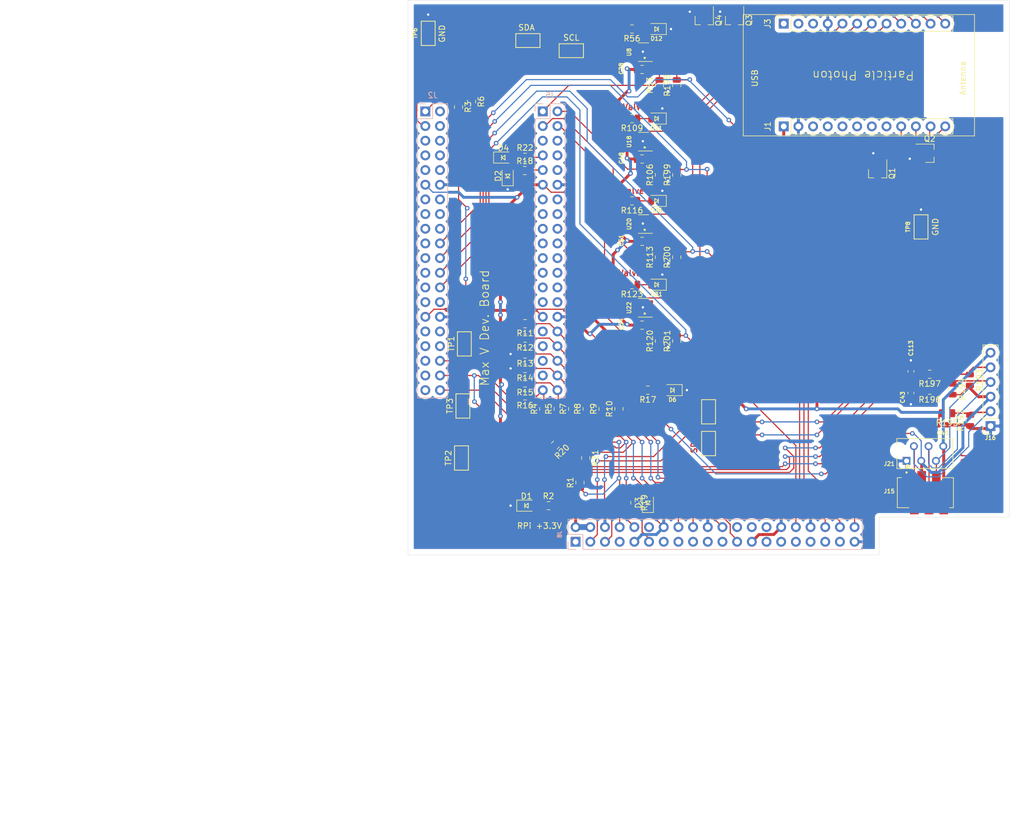
<source format=kicad_pcb>
(kicad_pcb (version 20171130) (host pcbnew "(5.1.4)-1")
  (title_block (title "JamVent Stand-Alone Controller") (date 2020-04-19) (rev 1.8) (company "US JamVent Team") (comment 1 "Don Straney"))
  (layers (0 F.Cu signal) (31 B.Cu signal) (34 B.Paste user) (35 F.Paste user) (36 B.SilkS user) (37 F.SilkS user hide) (38 B.Mask user) (39 F.Mask user) (44 Edge.Cuts user))
  (net 0 "")
  (net 1 GND)
  (net 2 +3V3)
  (net 3 /RPi_Alarm_Spkr)
  (net 4 +5V)
  (net 5 "Net-(D1-Pad2)")
  (net 6 "Net-(D4-Pad2)")
  (net 7 "Net-(D6-Pad2)")
  (net 8 "Net-(D12-Pad2)")
  (net 9 "Net-(D21-Pad2)")
  (net 10 "Net-(D26-Pad2)")
  (net 11 "Net-(D31-Pad2)")
  (net 12 "Net-(J8-Pad29)")
  (net 13 "Net-(J8-Pad28)")
  (net 14 "Net-(J8-Pad27)")
  (net 15 "Net-(J8-Pad26)")
  (net 16 "Net-(J8-Pad24)")
  (net 17 /RPi_valve4)
  (net 18 /RPi_valve3)
  (net 19 /RPi_valve2)
  (net 20 /RPi_valve1)
  (net 21 /RPi_SCL)
  (net 22 /RPi_SDA)
  (net 23 /CPLD_SDA)
  (net 24 /CPLD_SCL)
  (net 25 /CPLD_valve1)
  (net 26 /CPLD_valve2)
  (net 27 /CPLD_valve3)
  (net 28 /CPLD_valve4)
  (net 29 "Net-(J8-Pad31)")
  (net 30 /Enc_Sw)
  (net 31 /Enc_B)
  (net 32 /Enc_A)
  (net 33 "Net-(J8-Pad17)")
  (net 34 /~Valve4_Fault)
  (net 35 "Net-(J8-Pad19)")
  (net 36 "Net-(J8-Pad15)")
  (net 37 "Net-(J8-Pad13)")
  (net 38 "Net-(J8-Pad21)")
  (net 39 "Net-(J15-Pad4)")
  (net 40 "Net-(J15-Pad2)")
  (net 41 "Net-(J15-Pad5)")
  (net 42 "Net-(J8-Pad37)")
  (net 43 "Net-(J8-Pad35)")
  (net 44 "Net-(J8-Pad33)")
  (net 45 "Net-(J8-Pad12)")
  (net 46 "Net-(J2-Pad39)")
  (net 47 "Net-(J2-Pad37)")
  (net 48 "Net-(J2-Pad35)")
  (net 49 "Net-(J2-Pad34)")
  (net 50 "Net-(J2-Pad33)")
  (net 51 "Net-(J2-Pad32)")
  (net 52 "Net-(J2-Pad31)")
  (net 53 "Net-(J2-Pad28)")
  (net 54 "Net-(J2-Pad25)")
  (net 55 "Net-(J2-Pad23)")
  (net 56 "Net-(J2-Pad21)")
  (net 57 "Net-(J2-Pad19)")
  (net 58 "Net-(J2-Pad18)")
  (net 59 "Net-(J2-Pad17)")
  (net 60 "Net-(J2-Pad16)")
  (net 61 "Net-(J2-Pad15)")
  (net 62 "Net-(J2-Pad14)")
  (net 63 "Net-(J2-Pad13)")
  (net 64 "Net-(J2-Pad9)")
  (net 65 "Net-(J2-Pad8)")
  (net 66 "Net-(J2-Pad7)")
  (net 67 "Net-(J2-Pad5)")
  (net 68 "Net-(J5-Pad37)")
  (net 69 "Net-(J5-Pad35)")
  (net 70 "Net-(J5-Pad33)")
  (net 71 "Net-(J5-Pad31)")
  (net 72 "Net-(J5-Pad28)")
  (net 73 "Net-(J5-Pad27)")
  (net 74 "Net-(J5-Pad26)")
  (net 75 "Net-(J5-Pad25)")
  (net 76 "Net-(J5-Pad24)")
  (net 77 "Net-(J5-Pad23)")
  (net 78 "Net-(J5-Pad22)")
  (net 79 "Net-(J5-Pad21)")
  (net 80 "Net-(J5-Pad20)")
  (net 81 "Net-(J5-Pad19)")
  (net 82 "Net-(J5-Pad18)")
  (net 83 "Net-(J5-Pad17)")
  (net 84 "Net-(J5-Pad16)")
  (net 85 "Net-(J5-Pad15)")
  (net 86 "Net-(J5-Pad14)")
  (net 87 "Net-(J5-Pad13)")
  (net 88 "Net-(J5-Pad10)")
  (net 89 "Net-(J5-Pad8)")
  (net 90 "Net-(J5-Pad5)")
  (net 91 /~CPLD_ADC_INT)
  (net 92 /~Bat_On)
  (net 93 "Net-(J1-Pad10)")
  (net 94 "Net-(J1-Pad9)")
  (net 95 "Net-(J1-Pad8)")
  (net 96 "Net-(J1-Pad7)")
  (net 97 "Net-(J1-Pad6)")
  (net 98 "Net-(J1-Pad5)")
  (net 99 "Net-(J1-Pad4)")
  (net 100 "Net-(J1-Pad3)")
  (net 101 /RPi_En)
  (net 102 "Net-(J2-Pad4)")
  (net 103 "Net-(J2-Pad2)")
  (net 104 /Photon_valve4)
  (net 105 /Photon_valve3)
  (net 106 /Photon_valve2)
  (net 107 /Photon_valve1)
  (net 108 "Net-(J3-Pad3)")
  (net 109 "Net-(J3-Pad2)")
  (net 110 "Net-(J3-Pad1)")
  (net 111 /CPLD_Comms2)
  (net 112 /CPLD_Comms1)
  (net 113 /CPLD_Comms3)
  (net 114 /CPLD_Comms4)
  (net 115 /CPLD_Comms5)
  (net 116 /CPLD_Comms6)
  (net 117 /RPi_Comms6)
  (net 118 /RPi_Comms5)
  (net 119 /RPi_Comms4)
  (net 120 /RPi_Comms3)
  (net 121 /RPi_Comms2)
  (net 122 /RPi_Comms1)
  (net 123 "Net-(J8-Pad7)")
  (net 124 "Net-(D2-Pad2)")
  (net 125 "Net-(D3-Pad2)")
  (net 126 "Net-(J3-Pad12)")
  (net 127 "Net-(J3-Pad11)")
  (net 128 "Net-(J8-Pad1)")
  (net 129 /CPLD_Alarm1)
  (net 130 /CPLD_Alarm2)
  (module Package_TO_SOT_SMD:SOT-23_Handsoldering (layer F.Cu) (at 79.75 191 270)
    (fp_text reference Q4 (at 0 -2.5 90) (layer F.SilkS))
    (fp_text value DNP)
    (pad 3 smd rect (at 1.5 0 270) (size 1.9 0.8) (layers F.Cu F.Paste F.Mask) (net 24 /CPLD_SCL))
    (pad 2 smd rect (at -1.5 0.95 270) (size 1.9 0.8) (layers F.Cu F.Paste F.Mask) (net 1 GND))
    (pad 1 smd rect (at -1.5 -0.95 270) (size 1.9 0.8) (layers F.Cu F.Paste F.Mask) (net 127 "Net-(J3-Pad11)"))
  )
  (module Package_TO_SOT_SMD:SOT-23_Handsoldering (layer F.Cu) (at 85 191 270)
    (fp_text reference Q3 (at 0 -2.5 90) (layer F.SilkS))
    (fp_text value DNP)
    (pad 3 smd rect (at 1.5 0 270) (size 1.9 0.8) (layers F.Cu F.Paste F.Mask) (net 23 /CPLD_SDA))
    (pad 2 smd rect (at -1.5 0.95 270) (size 1.9 0.8) (layers F.Cu F.Paste F.Mask) (net 1 GND))
    (pad 1 smd rect (at -1.5 -0.95 270) (size 1.9 0.8) (layers F.Cu F.Paste F.Mask) (net 126 "Net-(J3-Pad12)"))
  )
  (module Package_TO_SOT_SMD:SOT-23_Handsoldering (layer F.Cu) (at 118.75 214)
    (fp_text reference Q2 (at 0 -2.5) (layer F.SilkS))
    (fp_text value DNP)
    (pad 3 smd rect (at 1.5 0) (size 1.9 0.8) (layers F.Cu F.Paste F.Mask) (net 22 /RPi_SDA))
    (pad 2 smd rect (at -1.5 0.95) (size 1.9 0.8) (layers F.Cu F.Paste F.Mask) (net 1 GND))
    (pad 1 smd rect (at -1.5 -0.95) (size 1.9 0.8) (layers F.Cu F.Paste F.Mask) (net 93 "Net-(J1-Pad10)"))
  )
  (module Package_TO_SOT_SMD:SOT-23_Handsoldering (layer F.Cu) (at 109.75 217.5 270)
    (fp_text reference Q1 (at 0 -2.5 90) (layer F.SilkS))
    (fp_text value DNP)
    (pad 3 smd rect (at 1.5 0 270) (size 1.9 0.8) (layers F.Cu F.Paste F.Mask) (net 21 /RPi_SCL))
    (pad 2 smd rect (at -1.5 0.95 270) (size 1.9 0.8) (layers F.Cu F.Paste F.Mask) (net 1 GND))
    (pad 1 smd rect (at -1.5 -0.95 270) (size 1.9 0.8) (layers F.Cu F.Paste F.Mask) (net 94 "Net-(J1-Pad9)"))
  )
  (module Resistor_SMD:R_0805_2012Metric (layer F.Cu) (at 48.75 214.705)
    (fp_text reference R22 (at 0 -1.65) (layer F.SilkS))
    (fp_text value 470)
    (pad 2 smd roundrect (at 0.9375 0) (size 0.975 1.4) (layers F.Cu F.Paste F.Mask) (net 130 /CPLD_Alarm2))
    (pad 1 smd roundrect (at -0.9375 0) (size 0.975 1.4) (layers F.Cu F.Paste F.Mask) (net 6 "Net-(D4-Pad2)"))
  )
  (module Resistor_SMD:R_0805_2012Metric (layer F.Cu) (at 59.25 266.75 270)
    (fp_text reference R21 (at 0 -1.65 90) (layer F.SilkS))
    (fp_text value DNP)
    (pad 2 smd roundrect (at 0.9375 0 270) (size 0.975 1.4) (layers F.Cu F.Paste F.Mask) (net 30 /Enc_Sw))
    (pad 1 smd roundrect (at -0.9375 0 270) (size 0.975 1.4) (layers F.Cu F.Paste F.Mask) (net 120 /RPi_Comms3))
  )
  (module Resistor_SMD:R_0805_2012Metric (layer F.Cu) (at 54 264.5 225)
    (fp_text reference R20 (at 0 -1.65 45) (layer F.SilkS))
    (fp_text value DNP)
    (pad 2 smd roundrect (at 0.9375 0 225) (size 0.975 1.4) (layers F.Cu F.Paste F.Mask) (net 31 /Enc_B))
    (pad 1 smd roundrect (at -0.9375 0 225) (size 0.975 1.4) (layers F.Cu F.Paste F.Mask) (net 121 /RPi_Comms2))
  )
  (module Resistor_SMD:R_0805_2012Metric (layer F.Cu) (at 58.25 271 90)
    (fp_text reference R1 (at 0 -1.65 90) (layer F.SilkS))
    (fp_text value DNP)
    (pad 2 smd roundrect (at 0.9375 0 90) (size 0.975 1.4) (layers F.Cu F.Paste F.Mask) (net 32 /Enc_A))
    (pad 1 smd roundrect (at -0.9375 0 90) (size 0.975 1.4) (layers F.Cu F.Paste F.Mask) (net 122 /RPi_Comms1))
  )
  (module Ventilator:LED_0805_2012Metric (layer F.Cu) (at 45 214.75)
    (fp_text reference D4 (at 0 -1.65) (layer F.SilkS))
    (fp_text value Orange)
    (pad 2 smd roundrect (at 0.9375 0) (size 0.975 1.4) (layers F.Cu F.Paste F.Mask) (net 6 "Net-(D4-Pad2)"))
    (pad 1 smd roundrect (at -0.9375 0) (size 0.975 1.4) (layers F.Cu F.Paste F.Mask) (net 1 GND))
  )
  (module TestPoint:TestPoint_Keystone_5019_Minature (layer F.Cu) (at 38 257.75 90)
    (fp_text reference TP3 (at 0 -2.25 90) (layer F.SilkS))
    (fp_text value TestPoint_Flag)
    (pad 1 smd rect (at 0 0 90) (size 3.8 2) (layers F.Cu F.Paste F.Mask) (net 32 /Enc_A))
  )
  (module TestPoint:TestPoint_Keystone_5019_Minature (layer F.Cu) (at 37.75 266.75 90)
    (fp_text reference TP2 (at 0 -2.25 90) (layer F.SilkS))
    (fp_text value TestPoint_Flag)
    (pad 1 smd rect (at 0 0 90) (size 3.8 2) (layers F.Cu F.Paste F.Mask) (net 31 /Enc_B))
  )
  (module TestPoint:TestPoint_Keystone_5019_Minature (layer F.Cu) (at 38.25 247 90)
    (fp_text reference TP1 (at 0 -2.25 90) (layer F.SilkS))
    (fp_text value TestPoint_Flag)
    (pad 1 smd rect (at 0 0 90) (size 3.8 2) (layers F.Cu F.Paste F.Mask) (net 30 /Enc_Sw))
  )
  (module Resistor_SMD:R_0805_2012Metric (layer F.Cu) (at 75 246.5 90)
    (fp_text reference R201 (at 0 -1.65 90) (layer F.SilkS))
    (fp_text value 1K)
    (pad 2 smd roundrect (at 0.9375 0 90) (size 0.975 1.4) (layers F.Cu F.Paste F.Mask) (net 17 /RPi_valve4))
    (pad 1 smd roundrect (at -0.9375 0 90) (size 0.975 1.4) (layers F.Cu F.Paste F.Mask) (net 1 GND))
  )
  (module Resistor_SMD:R_0805_2012Metric (layer F.Cu) (at 75 232 90)
    (fp_text reference R200 (at 0 -1.65 90) (layer F.SilkS))
    (fp_text value 1K)
    (pad 2 smd roundrect (at 0.9375 0 90) (size 0.975 1.4) (layers F.Cu F.Paste F.Mask) (net 18 /RPi_valve3))
    (pad 1 smd roundrect (at -0.9375 0 90) (size 0.975 1.4) (layers F.Cu F.Paste F.Mask) (net 1 GND))
  )
  (module Resistor_SMD:R_0805_2012Metric (layer F.Cu) (at 75 217.75 90)
    (fp_text reference R199 (at 0 -1.65 90) (layer F.SilkS))
    (fp_text value 1K)
    (pad 2 smd roundrect (at 0.9375 0 90) (size 0.975 1.4) (layers F.Cu F.Paste F.Mask) (net 19 /RPi_valve2))
    (pad 1 smd roundrect (at -0.9375 0 90) (size 0.975 1.4) (layers F.Cu F.Paste F.Mask) (net 1 GND))
  )
  (module Resistor_SMD:R_0805_2012Metric (layer F.Cu) (at 75 202.25 90)
    (fp_text reference R198 (at 0 -1.65 90) (layer F.SilkS))
    (fp_text value 1K)
    (pad 2 smd roundrect (at 0.9375 0 90) (size 0.975 1.4) (layers F.Cu F.Paste F.Mask) (net 20 /RPi_valve1))
    (pad 1 smd roundrect (at -0.9375 0 90) (size 0.975 1.4) (layers F.Cu F.Paste F.Mask) (net 1 GND))
  )
  (module Resistor_SMD:R_0805_2012Metric (layer F.Cu) (at 118.75 252.25 180)
    (fp_text reference R197 (at 0 -1.65) (layer F.SilkS))
    (fp_text value 10K)
    (pad 2 smd roundrect (at 0.9375 0 180) (size 0.975 1.4) (layers F.Cu F.Paste F.Mask) (net 32 /Enc_A))
    (pad 1 smd roundrect (at -0.9375 0 180) (size 0.975 1.4) (layers F.Cu F.Paste F.Mask) (net 41 "Net-(J15-Pad5)"))
  )
  (module Resistor_SMD:R_0805_2012Metric (layer F.Cu) (at 118.75 255 180)
    (fp_text reference R196 (at 0 -1.65) (layer F.SilkS))
    (fp_text value 10K)
    (pad 2 smd roundrect (at 0.9375 0 180) (size 0.975 1.4) (layers F.Cu F.Paste F.Mask) (net 31 /Enc_B))
    (pad 1 smd roundrect (at -0.9375 0 180) (size 0.975 1.4) (layers F.Cu F.Paste F.Mask) (net 39 "Net-(J15-Pad4)"))
  )
  (module Resistor_SMD:R_0805_2012Metric (layer F.Cu) (at 121.75 259 180)
    (fp_text reference R195 (at 0 -1.65) (layer F.SilkS))
    (fp_text value 10K)
    (pad 2 smd roundrect (at 0.9375 0 180) (size 0.975 1.4) (layers F.Cu F.Paste F.Mask) (net 30 /Enc_Sw))
    (pad 1 smd roundrect (at -0.9375 0 180) (size 0.975 1.4) (layers F.Cu F.Paste F.Mask) (net 40 "Net-(J15-Pad2)"))
  )
  (module Resistor_SMD:R_0805_2012Metric (layer F.Cu) (at 122.7 254.85 270)
    (fp_text reference R194 (at 0 -1.65 90) (layer F.SilkS))
    (fp_text value 3.3K)
    (pad 2 smd roundrect (at 0.9375 0 270) (size 0.975 1.4) (layers F.Cu F.Paste F.Mask) (net 2 +3V3))
    (pad 1 smd roundrect (at -0.9375 0 270) (size 0.975 1.4) (layers F.Cu F.Paste F.Mask) (net 39 "Net-(J15-Pad4)"))
  )
  (module Resistor_SMD:R_0805_2012Metric (layer F.Cu) (at 125.7 253.25 270)
    (fp_text reference R193 (at 0 -1.65 90) (layer F.SilkS))
    (fp_text value 3.3K)
    (pad 2 smd roundrect (at 0.9375 0 270) (size 0.975 1.4) (layers F.Cu F.Paste F.Mask) (net 2 +3V3))
    (pad 1 smd roundrect (at -0.9375 0 270) (size 0.975 1.4) (layers F.Cu F.Paste F.Mask) (net 41 "Net-(J15-Pad5)"))
  )
  (module Resistor_SMD:R_0805_2012Metric (layer F.Cu) (at 125.75 260.25 90)
    (fp_text reference R192 (at 0 -1.65 90) (layer F.SilkS))
    (fp_text value 10K)
    (pad 2 smd roundrect (at 0.9375 0 90) (size 0.975 1.4) (layers F.Cu F.Paste F.Mask) (net 40 "Net-(J15-Pad2)"))
    (pad 1 smd roundrect (at -0.9375 0 90) (size 0.975 1.4) (layers F.Cu F.Paste F.Mask) (net 1 GND))
  )
  (module Resistor_SMD:R_0805_2012Metric (layer F.Cu) (at 67.25 236.75 180)
    (fp_text reference R123 (at 0 -1.65) (layer F.SilkS))
    (fp_text value 2.2K)
    (pad 2 smd roundrect (at 0.9375 0 180) (size 0.975 1.4) (layers F.Cu F.Paste F.Mask) (net 104 /Photon_valve4))
    (pad 1 smd roundrect (at -0.9375 0 180) (size 0.975 1.4) (layers F.Cu F.Paste F.Mask) (net 11 "Net-(D31-Pad2)"))
  )
  (module Resistor_SMD:R_0805_2012Metric (layer F.Cu) (at 72 246.5 90)
    (fp_text reference R120 (at 0 -1.65 90) (layer F.SilkS))
    (fp_text value 10K)
    (pad 2 smd roundrect (at 0.9375 0 90) (size 0.975 1.4) (layers F.Cu F.Paste F.Mask) (net 28 /CPLD_valve4))
    (pad 1 smd roundrect (at -0.9375 0 90) (size 0.975 1.4) (layers F.Cu F.Paste F.Mask) (net 1 GND))
  )
  (module Resistor_SMD:R_0805_2012Metric (layer F.Cu) (at 67.25 222.25 180)
    (fp_text reference R116 (at 0 -1.65) (layer F.SilkS))
    (fp_text value 2.2K)
    (pad 2 smd roundrect (at 0.9375 0 180) (size 0.975 1.4) (layers F.Cu F.Paste F.Mask) (net 105 /Photon_valve3))
    (pad 1 smd roundrect (at -0.9375 0 180) (size 0.975 1.4) (layers F.Cu F.Paste F.Mask) (net 10 "Net-(D26-Pad2)"))
  )
  (module Resistor_SMD:R_0805_2012Metric (layer F.Cu) (at 72 232 90)
    (fp_text reference R113 (at 0 -1.65 90) (layer F.SilkS))
    (fp_text value 10K)
    (pad 2 smd roundrect (at 0.9375 0 90) (size 0.975 1.4) (layers F.Cu F.Paste F.Mask) (net 27 /CPLD_valve3))
    (pad 1 smd roundrect (at -0.9375 0 90) (size 0.975 1.4) (layers F.Cu F.Paste F.Mask) (net 1 GND))
  )
  (module Resistor_SMD:R_0805_2012Metric (layer F.Cu) (at 67.25 208 180)
    (fp_text reference R109 (at 0 -1.65) (layer F.SilkS))
    (fp_text value 2.2K)
    (pad 2 smd roundrect (at 0.9375 0 180) (size 0.975 1.4) (layers F.Cu F.Paste F.Mask) (net 106 /Photon_valve2))
    (pad 1 smd roundrect (at -0.9375 0 180) (size 0.975 1.4) (layers F.Cu F.Paste F.Mask) (net 9 "Net-(D21-Pad2)"))
  )
  (module Resistor_SMD:R_0805_2012Metric (layer F.Cu) (at 72 217.75 90)
    (fp_text reference R106 (at 0 -1.65 90) (layer F.SilkS))
    (fp_text value 10K)
    (pad 2 smd roundrect (at 0.9375 0 90) (size 0.975 1.4) (layers F.Cu F.Paste F.Mask) (net 26 /CPLD_valve2))
    (pad 1 smd roundrect (at -0.9375 0 90) (size 0.975 1.4) (layers F.Cu F.Paste F.Mask) (net 1 GND))
  )
  (module Resistor_SMD:R_0805_2012Metric (layer F.Cu) (at 67.25 192.5 180)
    (fp_text reference R56 (at 0 -1.65) (layer F.SilkS))
    (fp_text value 2.2K)
    (pad 2 smd roundrect (at 0.9375 0 180) (size 0.975 1.4) (layers F.Cu F.Paste F.Mask) (net 107 /Photon_valve1))
    (pad 1 smd roundrect (at -0.9375 0 180) (size 0.975 1.4) (layers F.Cu F.Paste F.Mask) (net 8 "Net-(D12-Pad2)"))
  )
  (module Resistor_SMD:R_0805_2012Metric (layer F.Cu) (at 72 202.25 90)
    (fp_text reference R53 (at 0 -1.65 90) (layer F.SilkS))
    (fp_text value 10K)
    (pad 2 smd roundrect (at 0.9375 0 90) (size 0.975 1.4) (layers F.Cu F.Paste F.Mask) (net 25 /CPLD_valve1))
    (pad 1 smd roundrect (at -0.9375 0 90) (size 0.975 1.4) (layers F.Cu F.Paste F.Mask) (net 1 GND))
  )
  (module Resistor_SMD:R_0805_2012Metric (layer F.Cu) (at 67.75 274.5 270)
    (fp_text reference R19 (at 0 -1.65 90) (layer F.SilkS))
    (fp_text value 470)
    (pad 2 smd roundrect (at 0.9375 0 270) (size 0.975 1.4) (layers F.Cu F.Paste F.Mask) (net 3 /RPi_Alarm_Spkr))
    (pad 1 smd roundrect (at -0.9375 0 270) (size 0.975 1.4) (layers F.Cu F.Paste F.Mask) (net 125 "Net-(D3-Pad2)"))
  )
  (module Resistor_SMD:R_0805_2012Metric (layer F.Cu) (at 48.71 216.995)
    (fp_text reference R18 (at 0 -1.65) (layer F.SilkS))
    (fp_text value 470)
    (pad 2 smd roundrect (at 0.9375 0) (size 0.975 1.4) (layers F.Cu F.Paste F.Mask) (net 129 /CPLD_Alarm1))
    (pad 1 smd roundrect (at -0.9375 0) (size 0.975 1.4) (layers F.Cu F.Paste F.Mask) (net 124 "Net-(D2-Pad2)"))
  )
  (module Resistor_SMD:R_0805_2012Metric (layer F.Cu) (at 70 255 180)
    (fp_text reference R17 (at 0 -1.65) (layer F.SilkS))
    (fp_text value 2.2K)
    (pad 2 smd roundrect (at 0.9375 0 180) (size 0.975 1.4) (layers F.Cu F.Paste F.Mask) (net 2 +3V3))
    (pad 1 smd roundrect (at -0.9375 0 180) (size 0.975 1.4) (layers F.Cu F.Paste F.Mask) (net 7 "Net-(D6-Pad2)"))
  )
  (module Resistor_SMD:R_0805_2012Metric (layer F.Cu) (at 48.75 256 180)
    (fp_text reference R16 (at 0 -1.65) (layer F.SilkS))
    (fp_text value 1K)
    (pad 2 smd roundrect (at 0.9375 0 180) (size 0.975 1.4) (layers F.Cu F.Paste F.Mask) (net 1 GND))
    (pad 1 smd roundrect (at -0.9375 0 180) (size 0.975 1.4) (layers F.Cu F.Paste F.Mask) (net 112 /CPLD_Comms1))
  )
  (module Resistor_SMD:R_0805_2012Metric (layer F.Cu) (at 48.75 253.75 180)
    (fp_text reference R15 (at 0 -1.65) (layer F.SilkS))
    (fp_text value 1K)
    (pad 2 smd roundrect (at 0.9375 0 180) (size 0.975 1.4) (layers F.Cu F.Paste F.Mask) (net 1 GND))
    (pad 1 smd roundrect (at -0.9375 0 180) (size 0.975 1.4) (layers F.Cu F.Paste F.Mask) (net 111 /CPLD_Comms2))
  )
  (module Resistor_SMD:R_0805_2012Metric (layer F.Cu) (at 48.75 251.25 180)
    (fp_text reference R14 (at 0 -1.65) (layer F.SilkS))
    (fp_text value 1K)
    (pad 2 smd roundrect (at 0.9375 0 180) (size 0.975 1.4) (layers F.Cu F.Paste F.Mask) (net 1 GND))
    (pad 1 smd roundrect (at -0.9375 0 180) (size 0.975 1.4) (layers F.Cu F.Paste F.Mask) (net 113 /CPLD_Comms3))
  )
  (module Resistor_SMD:R_0805_2012Metric (layer F.Cu) (at 48.75 248.75 180)
    (fp_text reference R13 (at 0 -1.65) (layer F.SilkS))
    (fp_text value 1K)
    (pad 2 smd roundrect (at 0.9375 0 180) (size 0.975 1.4) (layers F.Cu F.Paste F.Mask) (net 1 GND))
    (pad 1 smd roundrect (at -0.9375 0 180) (size 0.975 1.4) (layers F.Cu F.Paste F.Mask) (net 114 /CPLD_Comms4))
  )
  (module Resistor_SMD:R_0805_2012Metric (layer F.Cu) (at 48.75 246 180)
    (fp_text reference R12 (at 0 -1.65) (layer F.SilkS))
    (fp_text value 1K)
    (pad 2 smd roundrect (at 0.9375 0 180) (size 0.975 1.4) (layers F.Cu F.Paste F.Mask) (net 1 GND))
    (pad 1 smd roundrect (at -0.9375 0 180) (size 0.975 1.4) (layers F.Cu F.Paste F.Mask) (net 115 /CPLD_Comms5))
  )
  (module Resistor_SMD:R_0805_2012Metric (layer F.Cu) (at 48.75 243.5 180)
    (fp_text reference R11 (at 0 -1.65) (layer F.SilkS))
    (fp_text value 1K)
    (pad 2 smd roundrect (at 0.9375 0 180) (size 0.975 1.4) (layers F.Cu F.Paste F.Mask) (net 1 GND))
    (pad 1 smd roundrect (at -0.9375 0 180) (size 0.975 1.4) (layers F.Cu F.Paste F.Mask) (net 116 /CPLD_Comms6))
  )
  (module Resistor_SMD:R_0805_2012Metric (layer F.Cu) (at 65 258.25 90)
    (fp_text reference R10 (at 0 -1.65 90) (layer F.SilkS))
    (fp_text value 470)
    (pad 2 smd roundrect (at 0.9375 0 90) (size 0.975 1.4) (layers F.Cu F.Paste F.Mask) (net 116 /CPLD_Comms6))
    (pad 1 smd roundrect (at -0.9375 0 90) (size 0.975 1.4) (layers F.Cu F.Paste F.Mask) (net 117 /RPi_Comms6))
  )
  (module Resistor_SMD:R_0805_2012Metric (layer F.Cu) (at 62.25 258.25 90)
    (fp_text reference R9 (at 0 -1.65 90) (layer F.SilkS))
    (fp_text value 470)
    (pad 2 smd roundrect (at 0.9375 0 90) (size 0.975 1.4) (layers F.Cu F.Paste F.Mask) (net 115 /CPLD_Comms5))
    (pad 1 smd roundrect (at -0.9375 0 90) (size 0.975 1.4) (layers F.Cu F.Paste F.Mask) (net 118 /RPi_Comms5))
  )
  (module Resistor_SMD:R_0805_2012Metric (layer F.Cu) (at 59.5 258.25 90)
    (fp_text reference R8 (at 0 -1.65 90) (layer F.SilkS))
    (fp_text value 470)
    (pad 2 smd roundrect (at 0.9375 0 90) (size 0.975 1.4) (layers F.Cu F.Paste F.Mask) (net 114 /CPLD_Comms4))
    (pad 1 smd roundrect (at -0.9375 0 90) (size 0.975 1.4) (layers F.Cu F.Paste F.Mask) (net 119 /RPi_Comms4))
  )
  (module Resistor_SMD:R_0805_2012Metric (layer F.Cu) (at 57 258.25 90)
    (fp_text reference R7 (at 0 -1.65 90) (layer F.SilkS))
    (fp_text value 470)
    (pad 2 smd roundrect (at 0.9375 0 90) (size 0.975 1.4) (layers F.Cu F.Paste F.Mask) (net 113 /CPLD_Comms3))
    (pad 1 smd roundrect (at -0.9375 0 90) (size 0.975 1.4) (layers F.Cu F.Paste F.Mask) (net 120 /RPi_Comms3))
  )
  (module Resistor_SMD:R_0805_2012Metric (layer F.Cu) (at 39.5 205.0625 270)
    (fp_text reference R6 (at 0 -1.65 90) (layer F.SilkS))
    (fp_text value 3.3K)
    (pad 2 smd roundrect (at 0.9375 0 270) (size 0.975 1.4) (layers F.Cu F.Paste F.Mask) (net 2 +3V3))
    (pad 1 smd roundrect (at -0.9375 0 270) (size 0.975 1.4) (layers F.Cu F.Paste F.Mask) (net 23 /CPLD_SDA))
  )
  (module Resistor_SMD:R_0805_2012Metric (layer F.Cu) (at 54.5 258.25 90)
    (fp_text reference R5 (at 0 -1.65 90) (layer F.SilkS))
    (fp_text value 470)
    (pad 2 smd roundrect (at 0.9375 0 90) (size 0.975 1.4) (layers F.Cu F.Paste F.Mask) (net 111 /CPLD_Comms2))
    (pad 1 smd roundrect (at -0.9375 0 90) (size 0.975 1.4) (layers F.Cu F.Paste F.Mask) (net 121 /RPi_Comms2))
  )
  (module Resistor_SMD:R_0805_2012Metric (layer F.Cu) (at 52 258.25 90)
    (fp_text reference R4 (at 0 -1.65 90) (layer F.SilkS))
    (fp_text value 470)
    (pad 2 smd roundrect (at 0.9375 0 90) (size 0.975 1.4) (layers F.Cu F.Paste F.Mask) (net 112 /CPLD_Comms1))
    (pad 1 smd roundrect (at -0.9375 0 90) (size 0.975 1.4) (layers F.Cu F.Paste F.Mask) (net 122 /RPi_Comms1))
  )
  (module Resistor_SMD:R_0805_2012Metric (layer F.Cu) (at 37.25 206 270)
    (fp_text reference R3 (at 0 -1.65 90) (layer F.SilkS))
    (fp_text value 3.3K)
    (pad 2 smd roundrect (at 0.9375 0 270) (size 0.975 1.4) (layers F.Cu F.Paste F.Mask) (net 2 +3V3))
    (pad 1 smd roundrect (at -0.9375 0 270) (size 0.975 1.4) (layers F.Cu F.Paste F.Mask) (net 24 /CPLD_SCL))
  )
  (module Resistor_SMD:R_0805_2012Metric (layer F.Cu) (at 52.81 275.005)
    (fp_text reference R2 (at 0 -1.65) (layer F.SilkS))
    (fp_text value 3.3K)
    (pad 2 smd roundrect (at 0.9375 0) (size 0.975 1.4) (layers F.Cu F.Paste F.Mask) (net 4 +5V))
    (pad 1 smd roundrect (at -0.9375 0) (size 0.975 1.4) (layers F.Cu F.Paste F.Mask) (net 5 "Net-(D1-Pad2)"))
  )
  (module Ventilator:LED_0805_2012Metric (layer F.Cu) (at 70 274.5 90)
    (fp_text reference D3 (at 0 -1.65 90) (layer F.SilkS))
    (fp_text value Orange)
    (pad 2 smd roundrect (at 0.9375 0 90) (size 0.975 1.4) (layers F.Cu F.Paste F.Mask) (net 125 "Net-(D3-Pad2)"))
    (pad 1 smd roundrect (at -0.9375 0 90) (size 0.975 1.4) (layers F.Cu F.Paste F.Mask) (net 1 GND))
  )
  (module Ventilator:LED_0805_2012Metric (layer F.Cu) (at 45.75 217.9375 90)
    (fp_text reference D2 (at 0 -1.65 90) (layer F.SilkS))
    (fp_text value Orange)
    (pad 2 smd roundrect (at 0.9375 0 90) (size 0.975 1.4) (layers F.Cu F.Paste F.Mask) (net 124 "Net-(D2-Pad2)"))
    (pad 1 smd roundrect (at -0.9375 0 90) (size 0.975 1.4) (layers F.Cu F.Paste F.Mask) (net 1 GND))
  )
  (module Connector_PinSocket_2.54mm:PinSocket_1x12_P2.54mm_Vertical (layer F.Cu) (at 93.5 191.57 90)
    (fp_text reference J3 (at 0 -2.77 90) (layer F.SilkS))
    (fp_text value Conn_01x12)
    (pad 12 thru_hole oval (at 0 27.94 90) (size 1.7 1.7) (drill 1) (layers *.Cu *.Mask) (net 126 "Net-(J3-Pad12)"))
    (pad 11 thru_hole oval (at 0 25.4 90) (size 1.7 1.7) (drill 1) (layers *.Cu *.Mask) (net 127 "Net-(J3-Pad11)"))
    (pad 10 thru_hole oval (at 0 22.86 90) (size 1.7 1.7) (drill 1) (layers *.Cu *.Mask) (net 23 /CPLD_SDA))
    (pad 9 thru_hole oval (at 0 20.32 90) (size 1.7 1.7) (drill 1) (layers *.Cu *.Mask) (net 24 /CPLD_SCL))
    (pad 8 thru_hole oval (at 0 17.78 90) (size 1.7 1.7) (drill 1) (layers *.Cu *.Mask) (net 104 /Photon_valve4))
    (pad 7 thru_hole oval (at 0 15.24 90) (size 1.7 1.7) (drill 1) (layers *.Cu *.Mask) (net 105 /Photon_valve3))
    (pad 6 thru_hole oval (at 0 12.7 90) (size 1.7 1.7) (drill 1) (layers *.Cu *.Mask) (net 106 /Photon_valve2))
    (pad 5 thru_hole oval (at 0 10.16 90) (size 1.7 1.7) (drill 1) (layers *.Cu *.Mask) (net 107 /Photon_valve1))
    (pad 4 thru_hole oval (at 0 7.62 90) (size 1.7 1.7) (drill 1) (layers *.Cu *.Mask) (net 1 GND))
    (pad 3 thru_hole oval (at 0 5.08 90) (size 1.7 1.7) (drill 1) (layers *.Cu *.Mask) (net 108 "Net-(J3-Pad3)"))
    (pad 2 thru_hole oval (at 0 2.54 90) (size 1.7 1.7) (drill 1) (layers *.Cu *.Mask) (net 109 "Net-(J3-Pad2)"))
    (pad 1 thru_hole rect (at 0 0 90) (size 1.7 1.7) (drill 1) (layers *.Cu *.Mask) (net 110 "Net-(J3-Pad1)"))
  )
  (module Connector_PinSocket_2.54mm:PinSocket_1x12_P2.54mm_Vertical (layer F.Cu) (at 93.5 209.35 90)
    (fp_text reference J1 (at 0 -2.77 90) (layer F.SilkS))
    (fp_text value Conn_01x12)
    (pad 12 thru_hole oval (at 0 27.94 90) (size 1.7 1.7) (drill 1) (layers *.Cu *.Mask) (net 22 /RPi_SDA))
    (pad 11 thru_hole oval (at 0 25.4 90) (size 1.7 1.7) (drill 1) (layers *.Cu *.Mask) (net 21 /RPi_SCL))
    (pad 10 thru_hole oval (at 0 22.86 90) (size 1.7 1.7) (drill 1) (layers *.Cu *.Mask) (net 93 "Net-(J1-Pad10)"))
    (pad 9 thru_hole oval (at 0 20.32 90) (size 1.7 1.7) (drill 1) (layers *.Cu *.Mask) (net 94 "Net-(J1-Pad9)"))
    (pad 8 thru_hole oval (at 0 17.78 90) (size 1.7 1.7) (drill 1) (layers *.Cu *.Mask) (net 95 "Net-(J1-Pad8)"))
    (pad 7 thru_hole oval (at 0 15.24 90) (size 1.7 1.7) (drill 1) (layers *.Cu *.Mask) (net 96 "Net-(J1-Pad7)"))
    (pad 6 thru_hole oval (at 0 12.7 90) (size 1.7 1.7) (drill 1) (layers *.Cu *.Mask) (net 97 "Net-(J1-Pad6)"))
    (pad 5 thru_hole oval (at 0 10.16 90) (size 1.7 1.7) (drill 1) (layers *.Cu *.Mask) (net 98 "Net-(J1-Pad5)"))
    (pad 4 thru_hole oval (at 0 7.62 90) (size 1.7 1.7) (drill 1) (layers *.Cu *.Mask) (net 99 "Net-(J1-Pad4)"))
    (pad 3 thru_hole oval (at 0 5.08 90) (size 1.7 1.7) (drill 1) (layers *.Cu *.Mask) (net 100 "Net-(J1-Pad3)"))
    (pad 2 thru_hole oval (at 0 2.54 90) (size 1.7 1.7) (drill 1) (layers *.Cu *.Mask) (net 1 GND))
    (pad 1 thru_hole rect (at 0 0 90) (size 1.7 1.7) (drill 1) (layers *.Cu *.Mask) (net 4 +5V))
  )
  (module Ventilator:LED_0805_2012Metric (layer F.Cu) (at 49 275)
    (fp_text reference D1 (at 0 -1.65) (layer F.SilkS))
    (fp_text value Orange)
    (pad 2 smd roundrect (at 0.9375 0) (size 0.975 1.4) (layers F.Cu F.Paste F.Mask) (net 5 "Net-(D1-Pad2)"))
    (pad 1 smd roundrect (at -0.9375 0) (size 0.975 1.4) (layers F.Cu F.Paste F.Mask) (net 1 GND))
  )
  (module Connector_PinSocket_2.54mm:PinSocket_2x20_P2.54mm_Vertical (layer B.Cu) (at 51.82 206.75 180)
    (fp_text reference J5 (at -1.27 2.77) (layer B.SilkS) (effects (justify mirror)))
    (fp_text value Conn_02x20_Odd_Even)
    (pad 40 thru_hole oval (at -2.54 -48.26 180) (size 1.7 1.7) (drill 1) (layers *.Cu *.Mask) (net 111 /CPLD_Comms2))
    (pad 39 thru_hole oval (at 0 -48.26 180) (size 1.7 1.7) (drill 1) (layers *.Cu *.Mask) (net 112 /CPLD_Comms1))
    (pad 38 thru_hole oval (at -2.54 -45.72 180) (size 1.7 1.7) (drill 1) (layers *.Cu *.Mask) (net 113 /CPLD_Comms3))
    (pad 37 thru_hole oval (at 0 -45.72 180) (size 1.7 1.7) (drill 1) (layers *.Cu *.Mask) (net 68 "Net-(J5-Pad37)"))
    (pad 36 thru_hole oval (at -2.54 -43.18 180) (size 1.7 1.7) (drill 1) (layers *.Cu *.Mask) (net 114 /CPLD_Comms4))
    (pad 35 thru_hole oval (at 0 -43.18 180) (size 1.7 1.7) (drill 1) (layers *.Cu *.Mask) (net 69 "Net-(J5-Pad35)"))
    (pad 34 thru_hole oval (at -2.54 -40.64 180) (size 1.7 1.7) (drill 1) (layers *.Cu *.Mask) (net 115 /CPLD_Comms5))
    (pad 33 thru_hole oval (at 0 -40.64 180) (size 1.7 1.7) (drill 1) (layers *.Cu *.Mask) (net 70 "Net-(J5-Pad33)"))
    (pad 32 thru_hole oval (at -2.54 -38.1 180) (size 1.7 1.7) (drill 1) (layers *.Cu *.Mask) (net 116 /CPLD_Comms6))
    (pad 31 thru_hole oval (at 0 -38.1 180) (size 1.7 1.7) (drill 1) (layers *.Cu *.Mask) (net 71 "Net-(J5-Pad31)"))
    (pad 30 thru_hole oval (at -2.54 -35.56 180) (size 1.7 1.7) (drill 1) (layers *.Cu *.Mask) (net 1 GND))
    (pad 29 thru_hole oval (at 0 -35.56 180) (size 1.7 1.7) (drill 1) (layers *.Cu *.Mask) (net 2 +3V3))
    (pad 28 thru_hole oval (at -2.54 -33.02 180) (size 1.7 1.7) (drill 1) (layers *.Cu *.Mask) (net 72 "Net-(J5-Pad28)"))
    (pad 27 thru_hole oval (at 0 -33.02 180) (size 1.7 1.7) (drill 1) (layers *.Cu *.Mask) (net 73 "Net-(J5-Pad27)"))
    (pad 26 thru_hole oval (at -2.54 -30.48 180) (size 1.7 1.7) (drill 1) (layers *.Cu *.Mask) (net 74 "Net-(J5-Pad26)"))
    (pad 25 thru_hole oval (at 0 -30.48 180) (size 1.7 1.7) (drill 1) (layers *.Cu *.Mask) (net 75 "Net-(J5-Pad25)"))
    (pad 24 thru_hole oval (at -2.54 -27.94 180) (size 1.7 1.7) (drill 1) (layers *.Cu *.Mask) (net 76 "Net-(J5-Pad24)"))
    (pad 23 thru_hole oval (at 0 -27.94 180) (size 1.7 1.7) (drill 1) (layers *.Cu *.Mask) (net 77 "Net-(J5-Pad23)"))
    (pad 22 thru_hole oval (at -2.54 -25.4 180) (size 1.7 1.7) (drill 1) (layers *.Cu *.Mask) (net 78 "Net-(J5-Pad22)"))
    (pad 21 thru_hole oval (at 0 -25.4 180) (size 1.7 1.7) (drill 1) (layers *.Cu *.Mask) (net 79 "Net-(J5-Pad21)"))
    (pad 20 thru_hole oval (at -2.54 -22.86 180) (size 1.7 1.7) (drill 1) (layers *.Cu *.Mask) (net 80 "Net-(J5-Pad20)"))
    (pad 19 thru_hole oval (at 0 -22.86 180) (size 1.7 1.7) (drill 1) (layers *.Cu *.Mask) (net 81 "Net-(J5-Pad19)"))
    (pad 18 thru_hole oval (at -2.54 -20.32 180) (size 1.7 1.7) (drill 1) (layers *.Cu *.Mask) (net 82 "Net-(J5-Pad18)"))
    (pad 17 thru_hole oval (at 0 -20.32 180) (size 1.7 1.7) (drill 1) (layers *.Cu *.Mask) (net 83 "Net-(J5-Pad17)"))
    (pad 16 thru_hole oval (at -2.54 -17.78 180) (size 1.7 1.7) (drill 1) (layers *.Cu *.Mask) (net 84 "Net-(J5-Pad16)"))
    (pad 15 thru_hole oval (at 0 -17.78 180) (size 1.7 1.7) (drill 1) (layers *.Cu *.Mask) (net 85 "Net-(J5-Pad15)"))
    (pad 14 thru_hole oval (at -2.54 -15.24 180) (size 1.7 1.7) (drill 1) (layers *.Cu *.Mask) (net 86 "Net-(J5-Pad14)"))
    (pad 13 thru_hole oval (at 0 -15.24 180) (size 1.7 1.7) (drill 1) (layers *.Cu *.Mask) (net 87 "Net-(J5-Pad13)"))
    (pad 12 thru_hole oval (at -2.54 -12.7 180) (size 1.7 1.7) (drill 1) (layers *.Cu *.Mask) (net 1 GND))
    (pad 11 thru_hole oval (at 0 -12.7 180) (size 1.7 1.7) (drill 1) (layers *.Cu *.Mask) (net 4 +5V))
    (pad 10 thru_hole oval (at -2.54 -10.16 180) (size 1.7 1.7) (drill 1) (layers *.Cu *.Mask) (net 88 "Net-(J5-Pad10)"))
    (pad 9 thru_hole oval (at 0 -10.16 180) (size 1.7 1.7) (drill 1) (layers *.Cu *.Mask) (net 129 /CPLD_Alarm1))
    (pad 8 thru_hole oval (at -2.54 -7.62 180) (size 1.7 1.7) (drill 1) (layers *.Cu *.Mask) (net 89 "Net-(J5-Pad8)"))
    (pad 7 thru_hole oval (at 0 -7.62 180) (size 1.7 1.7) (drill 1) (layers *.Cu *.Mask) (net 130 /CPLD_Alarm2))
    (pad 6 thru_hole oval (at -2.54 -5.08 180) (size 1.7 1.7) (drill 1) (layers *.Cu *.Mask) (net 34 /~Valve4_Fault))
    (pad 5 thru_hole oval (at 0 -5.08 180) (size 1.7 1.7) (drill 1) (layers *.Cu *.Mask) (net 90 "Net-(J5-Pad5)"))
    (pad 4 thru_hole oval (at -2.54 -2.54 180) (size 1.7 1.7) (drill 1) (layers *.Cu *.Mask) (net 28 /CPLD_valve4))
    (pad 3 thru_hole oval (at 0 -2.54 180) (size 1.7 1.7) (drill 1) (layers *.Cu *.Mask) (net 27 /CPLD_valve3))
    (pad 2 thru_hole oval (at -2.54 0 180) (size 1.7 1.7) (drill 1) (layers *.Cu *.Mask) (net 26 /CPLD_valve2))
    (pad 1 thru_hole rect (at 0 0 180) (size 1.7 1.7) (drill 1) (layers *.Cu *.Mask) (net 25 /CPLD_valve1))
  )
  (module Connector_PinSocket_2.54mm:PinSocket_2x20_P2.54mm_Vertical (layer B.Cu) (at 31.5 206.75 180)
    (fp_text reference J2 (at -1.27 2.77) (layer B.SilkS) (effects (justify mirror)))
    (fp_text value Conn_02x20_Odd_Even)
    (pad 40 thru_hole oval (at -2.54 -48.26 180) (size 1.7 1.7) (drill 1) (layers *.Cu *.Mask) (net 32 /Enc_A))
    (pad 39 thru_hole oval (at 0 -48.26 180) (size 1.7 1.7) (drill 1) (layers *.Cu *.Mask) (net 46 "Net-(J2-Pad39)"))
    (pad 38 thru_hole oval (at -2.54 -45.72 180) (size 1.7 1.7) (drill 1) (layers *.Cu *.Mask) (net 31 /Enc_B))
    (pad 37 thru_hole oval (at 0 -45.72 180) (size 1.7 1.7) (drill 1) (layers *.Cu *.Mask) (net 47 "Net-(J2-Pad37)"))
    (pad 36 thru_hole oval (at -2.54 -43.18 180) (size 1.7 1.7) (drill 1) (layers *.Cu *.Mask) (net 30 /Enc_Sw))
    (pad 35 thru_hole oval (at 0 -43.18 180) (size 1.7 1.7) (drill 1) (layers *.Cu *.Mask) (net 48 "Net-(J2-Pad35)"))
    (pad 34 thru_hole oval (at -2.54 -40.64 180) (size 1.7 1.7) (drill 1) (layers *.Cu *.Mask) (net 49 "Net-(J2-Pad34)"))
    (pad 33 thru_hole oval (at 0 -40.64 180) (size 1.7 1.7) (drill 1) (layers *.Cu *.Mask) (net 50 "Net-(J2-Pad33)"))
    (pad 32 thru_hole oval (at -2.54 -38.1 180) (size 1.7 1.7) (drill 1) (layers *.Cu *.Mask) (net 51 "Net-(J2-Pad32)"))
    (pad 31 thru_hole oval (at 0 -38.1 180) (size 1.7 1.7) (drill 1) (layers *.Cu *.Mask) (net 52 "Net-(J2-Pad31)"))
    (pad 30 thru_hole oval (at -2.54 -35.56 180) (size 1.7 1.7) (drill 1) (layers *.Cu *.Mask) (net 1 GND))
    (pad 29 thru_hole oval (at 0 -35.56 180) (size 1.7 1.7) (drill 1) (layers *.Cu *.Mask) (net 2 +3V3))
    (pad 28 thru_hole oval (at -2.54 -33.02 180) (size 1.7 1.7) (drill 1) (layers *.Cu *.Mask) (net 53 "Net-(J2-Pad28)"))
    (pad 27 thru_hole oval (at 0 -33.02 180) (size 1.7 1.7) (drill 1) (layers *.Cu *.Mask) (net 101 /RPi_En))
    (pad 26 thru_hole oval (at -2.54 -30.48 180) (size 1.7 1.7) (drill 1) (layers *.Cu *.Mask) (net 17 /RPi_valve4))
    (pad 25 thru_hole oval (at 0 -30.48 180) (size 1.7 1.7) (drill 1) (layers *.Cu *.Mask) (net 54 "Net-(J2-Pad25)"))
    (pad 24 thru_hole oval (at -2.54 -27.94 180) (size 1.7 1.7) (drill 1) (layers *.Cu *.Mask) (net 18 /RPi_valve3))
    (pad 23 thru_hole oval (at 0 -27.94 180) (size 1.7 1.7) (drill 1) (layers *.Cu *.Mask) (net 55 "Net-(J2-Pad23)"))
    (pad 22 thru_hole oval (at -2.54 -25.4 180) (size 1.7 1.7) (drill 1) (layers *.Cu *.Mask) (net 19 /RPi_valve2))
    (pad 21 thru_hole oval (at 0 -25.4 180) (size 1.7 1.7) (drill 1) (layers *.Cu *.Mask) (net 56 "Net-(J2-Pad21)"))
    (pad 20 thru_hole oval (at -2.54 -22.86 180) (size 1.7 1.7) (drill 1) (layers *.Cu *.Mask) (net 20 /RPi_valve1))
    (pad 19 thru_hole oval (at 0 -22.86 180) (size 1.7 1.7) (drill 1) (layers *.Cu *.Mask) (net 57 "Net-(J2-Pad19)"))
    (pad 18 thru_hole oval (at -2.54 -20.32 180) (size 1.7 1.7) (drill 1) (layers *.Cu *.Mask) (net 58 "Net-(J2-Pad18)"))
    (pad 17 thru_hole oval (at 0 -20.32 180) (size 1.7 1.7) (drill 1) (layers *.Cu *.Mask) (net 59 "Net-(J2-Pad17)"))
    (pad 16 thru_hole oval (at -2.54 -17.78 180) (size 1.7 1.7) (drill 1) (layers *.Cu *.Mask) (net 60 "Net-(J2-Pad16)"))
    (pad 15 thru_hole oval (at 0 -17.78 180) (size 1.7 1.7) (drill 1) (layers *.Cu *.Mask) (net 61 "Net-(J2-Pad15)"))
    (pad 14 thru_hole oval (at -2.54 -15.24 180) (size 1.7 1.7) (drill 1) (layers *.Cu *.Mask) (net 62 "Net-(J2-Pad14)"))
    (pad 13 thru_hole oval (at 0 -15.24 180) (size 1.7 1.7) (drill 1) (layers *.Cu *.Mask) (net 63 "Net-(J2-Pad13)"))
    (pad 12 thru_hole oval (at -2.54 -12.7 180) (size 1.7 1.7) (drill 1) (layers *.Cu *.Mask) (net 1 GND))
    (pad 11 thru_hole oval (at 0 -12.7 180) (size 1.7 1.7) (drill 1) (layers *.Cu *.Mask) (net 4 +5V))
    (pad 10 thru_hole oval (at -2.54 -10.16 180) (size 1.7 1.7) (drill 1) (layers *.Cu *.Mask) (net 92 /~Bat_On))
    (pad 9 thru_hole oval (at 0 -10.16 180) (size 1.7 1.7) (drill 1) (layers *.Cu *.Mask) (net 64 "Net-(J2-Pad9)"))
    (pad 8 thru_hole oval (at -2.54 -7.62 180) (size 1.7 1.7) (drill 1) (layers *.Cu *.Mask) (net 65 "Net-(J2-Pad8)"))
    (pad 7 thru_hole oval (at 0 -7.62 180) (size 1.7 1.7) (drill 1) (layers *.Cu *.Mask) (net 66 "Net-(J2-Pad7)"))
    (pad 6 thru_hole oval (at -2.54 -5.08 180) (size 1.7 1.7) (drill 1) (layers *.Cu *.Mask) (net 91 /~CPLD_ADC_INT))
    (pad 5 thru_hole oval (at 0 -5.08 180) (size 1.7 1.7) (drill 1) (layers *.Cu *.Mask) (net 67 "Net-(J2-Pad5)"))
    (pad 4 thru_hole oval (at -2.54 -2.54 180) (size 1.7 1.7) (drill 1) (layers *.Cu *.Mask) (net 102 "Net-(J2-Pad4)"))
    (pad 3 thru_hole oval (at 0 -2.54 180) (size 1.7 1.7) (drill 1) (layers *.Cu *.Mask) (net 23 /CPLD_SDA))
    (pad 2 thru_hole oval (at -2.54 0 180) (size 1.7 1.7) (drill 1) (layers *.Cu *.Mask) (net 103 "Net-(J2-Pad2)"))
    (pad 1 thru_hole rect (at 0 0 180) (size 1.7 1.7) (drill 1) (layers *.Cu *.Mask) (net 24 /CPLD_SCL))
  )
  (module Capacitor_SMD:C_0805_2012Metric (layer F.Cu) (at 69 215 180)
    (fp_text reference C48 (at 3.6 0.15 90) (layer F.SilkS) (effects (font (size 0.7 0.7) (thickness 0.16))))
    (fp_text value "1uF 16V X7R" hide)
    (pad 2 smd roundrect (at 0.9375 0 180) (size 0.975 1.4) (layers F.Cu F.Paste F.Mask) (net 2 +3V3))
    (pad 1 smd roundrect (at -0.9375 0 180) (size 0.975 1.4) (layers F.Cu F.Paste F.Mask) (net 1 GND))
  )
  (module Ventilator:TE_215079-6 (layer F.Cu) (at 114.75 267.25 180)
    (fp_text reference J21 (at 3 -0.5) (layer F.SilkS) (effects (font (size 0.7 0.7))))
    (fp_text value Conn_01x06 hide)
    (pad None np_thru_hole circle (at 1.4 1.8 180) (size 1.55 1.55) (drill 1.55) (layers *.Cu *.Mask))
    (pad 6 thru_hole circle (at -6.35 2.54 180) (size 1.358 1.358) (drill 0.85) (layers *.Cu *.Mask) (net 4 +5V))
    (pad 5 thru_hole circle (at -5.08 0 180) (size 1.358 1.358) (drill 0.85) (layers *.Cu *.Mask) (net 41 "Net-(J15-Pad5)"))
    (pad 4 thru_hole circle (at -3.81 2.54 180) (size 1.358 1.358) (drill 0.85) (layers *.Cu *.Mask) (net 39 "Net-(J15-Pad4)"))
    (pad 3 thru_hole circle (at -2.54 0 180) (size 1.358 1.358) (drill 0.85) (layers *.Cu *.Mask) (net 2 +3V3))
    (pad 2 thru_hole circle (at -1.27 2.54 180) (size 1.358 1.358) (drill 0.85) (layers *.Cu *.Mask) (net 40 "Net-(J15-Pad2)"))
    (pad 1 thru_hole rect (at 0 0 180) (size 1.358 1.358) (drill 0.85) (layers *.Cu *.Mask) (net 1 GND))
  )
  (module Ventilator:TE_188275-6 (layer F.Cu) (at 118 272.75 90)
    (fp_text reference J15 (at 0.25 -6.25 180) (layer F.SilkS) (effects (font (size 0.7 0.7))))
    (fp_text value Conn_01x06 hide)
    (pad 6 smd rect (at -2.25 3.175 90) (size 3 1.5) (layers F.Cu F.Paste F.Mask) (net 4 +5V))
    (pad 4 smd rect (at -2.25 0.635 90) (size 3 1.5) (layers F.Cu F.Paste F.Mask) (net 39 "Net-(J15-Pad4)"))
    (pad 2 smd rect (at -2.25 -1.905 90) (size 3 1.5) (layers F.Cu F.Paste F.Mask) (net 40 "Net-(J15-Pad2)"))
    (pad 5 smd rect (at 2.25 1.905 90) (size 3 1.5) (layers F.Cu F.Paste F.Mask) (net 41 "Net-(J15-Pad5)"))
    (pad 3 smd rect (at 2.25 -0.635 90) (size 3 1.5) (layers F.Cu F.Paste F.Mask) (net 2 +3V3))
    (pad 1 smd rect (at 2.25 -3.175 90) (size 3 1.5) (layers F.Cu F.Paste F.Mask) (net 1 GND))
  )
  (module Ventilator:SOT-23-5 (layer F.Cu) (at 69.25 240.75 180)
    (fp_text reference U22 (at 2.5 0 90) (layer F.SilkS) (effects (font (size 0.7 0.7))))
    (fp_text value 74LVC1G08 hide)
    (pad 5 smd rect (at 1.1 -0.95 180) (size 1.06 0.65) (layers F.Cu F.Paste F.Mask) (net 2 +3V3))
    (pad 4 smd rect (at 1.1 0.95 180) (size 1.06 0.65) (layers F.Cu F.Paste F.Mask) (net 104 /Photon_valve4))
    (pad 3 smd rect (at -1.1 0.95 180) (size 1.06 0.65) (layers F.Cu F.Paste F.Mask) (net 1 GND))
    (pad 2 smd rect (at -1.1 0 180) (size 1.06 0.65) (layers F.Cu F.Paste F.Mask) (net 17 /RPi_valve4))
    (pad 1 smd rect (at -1.1 -0.95 180) (size 1.06 0.65) (layers F.Cu F.Paste F.Mask) (net 28 /CPLD_valve4))
  )
  (module Ventilator:SOT-23-5 (layer F.Cu) (at 69.25 226.25 180)
    (fp_text reference U20 (at 2.5 0 90) (layer F.SilkS) (effects (font (size 0.7 0.7))))
    (fp_text value 74LVC1G08 hide)
    (pad 5 smd rect (at 1.1 -0.95 180) (size 1.06 0.65) (layers F.Cu F.Paste F.Mask) (net 2 +3V3))
    (pad 4 smd rect (at 1.1 0.95 180) (size 1.06 0.65) (layers F.Cu F.Paste F.Mask) (net 105 /Photon_valve3))
    (pad 3 smd rect (at -1.1 0.95 180) (size 1.06 0.65) (layers F.Cu F.Paste F.Mask) (net 1 GND))
    (pad 2 smd rect (at -1.1 0 180) (size 1.06 0.65) (layers F.Cu F.Paste F.Mask) (net 18 /RPi_valve3))
    (pad 1 smd rect (at -1.1 -0.95 180) (size 1.06 0.65) (layers F.Cu F.Paste F.Mask) (net 27 /CPLD_valve3))
  )
  (module Ventilator:SOT-23-5 (layer F.Cu) (at 69.25 212 180)
    (fp_text reference U18 (at 2.5 0 90) (layer F.SilkS) (effects (font (size 0.7 0.7))))
    (fp_text value 74LVC1G08 hide)
    (pad 5 smd rect (at 1.1 -0.95 180) (size 1.06 0.65) (layers F.Cu F.Paste F.Mask) (net 2 +3V3))
    (pad 4 smd rect (at 1.1 0.95 180) (size 1.06 0.65) (layers F.Cu F.Paste F.Mask) (net 106 /Photon_valve2))
    (pad 3 smd rect (at -1.1 0.95 180) (size 1.06 0.65) (layers F.Cu F.Paste F.Mask) (net 1 GND))
    (pad 2 smd rect (at -1.1 0 180) (size 1.06 0.65) (layers F.Cu F.Paste F.Mask) (net 19 /RPi_valve2))
    (pad 1 smd rect (at -1.1 -0.95 180) (size 1.06 0.65) (layers F.Cu F.Paste F.Mask) (net 26 /CPLD_valve2))
  )
  (module Ventilator:SOT-23-5 (layer F.Cu) (at 69.25 196.5 180)
    (fp_text reference U8 (at 2.5 0 90) (layer F.SilkS) (effects (font (size 0.7 0.7))))
    (fp_text value 74LVC1G08 hide)
    (pad 5 smd rect (at 1.1 -0.95 180) (size 1.06 0.65) (layers F.Cu F.Paste F.Mask) (net 2 +3V3))
    (pad 4 smd rect (at 1.1 0.95 180) (size 1.06 0.65) (layers F.Cu F.Paste F.Mask) (net 107 /Photon_valve1))
    (pad 3 smd rect (at -1.1 0.95 180) (size 1.06 0.65) (layers F.Cu F.Paste F.Mask) (net 1 GND))
    (pad 2 smd rect (at -1.1 0 180) (size 1.06 0.65) (layers F.Cu F.Paste F.Mask) (net 20 /RPi_valve1))
    (pad 1 smd rect (at -1.1 -0.95 180) (size 1.06 0.65) (layers F.Cu F.Paste F.Mask) (net 25 /CPLD_valve1))
  )
  (module Ventilator:LED_0805_2012Metric (layer F.Cu) (at 71.5 236.75 180)
    (fp_text reference D31 (at 0 -1.65) (layer F.SilkS) (effects (font (size 0.7 0.7))))
    (fp_text value Orange hide)
    (pad 2 smd roundrect (at 0.9375 0 180) (size 0.975 1.4) (layers F.Cu F.Paste F.Mask) (net 11 "Net-(D31-Pad2)"))
    (pad 1 smd roundrect (at -0.9375 0 180) (size 0.975 1.4) (layers F.Cu F.Paste F.Mask) (net 1 GND))
  )
  (module Ventilator:LED_0805_2012Metric (layer F.Cu) (at 71.5 222.25 180)
    (fp_text reference D26 (at 0 -1.65) (layer F.SilkS) (effects (font (size 0.7 0.7))))
    (fp_text value Orange hide)
    (pad 2 smd roundrect (at 0.9375 0 180) (size 0.975 1.4) (layers F.Cu F.Paste F.Mask) (net 10 "Net-(D26-Pad2)"))
    (pad 1 smd roundrect (at -0.9375 0 180) (size 0.975 1.4) (layers F.Cu F.Paste F.Mask) (net 1 GND))
  )
  (module Ventilator:LED_0805_2012Metric (layer F.Cu) (at 71.5 208 180)
    (fp_text reference D21 (at 0 -1.65) (layer F.SilkS) (effects (font (size 0.7 0.7))))
    (fp_text value Orange hide)
    (pad 2 smd roundrect (at 0.9375 0 180) (size 0.975 1.4) (layers F.Cu F.Paste F.Mask) (net 9 "Net-(D21-Pad2)"))
    (pad 1 smd roundrect (at -0.9375 0 180) (size 0.975 1.4) (layers F.Cu F.Paste F.Mask) (net 1 GND))
  )
  (module Ventilator:LED_0805_2012Metric (layer F.Cu) (at 71.5 192.5 180)
    (fp_text reference D12 (at 0 -1.65) (layer F.SilkS) (effects (font (size 0.7 0.7))))
    (fp_text value Orange hide)
    (pad 2 smd roundrect (at 0.9375 0 180) (size 0.975 1.4) (layers F.Cu F.Paste F.Mask) (net 8 "Net-(D12-Pad2)"))
    (pad 1 smd roundrect (at -0.9375 0 180) (size 0.975 1.4) (layers F.Cu F.Paste F.Mask) (net 1 GND))
  )
  (module Ventilator:LED_0805_2012Metric (layer F.Cu) (at 74.25 255 180)
    (fp_text reference D6 (at 0 -1.65) (layer F.SilkS) (effects (font (size 0.7 0.7))))
    (fp_text value Orange hide)
    (pad 2 smd roundrect (at 0.9375 0 180) (size 0.975 1.4) (layers F.Cu F.Paste F.Mask) (net 7 "Net-(D6-Pad2)"))
    (pad 1 smd roundrect (at -0.9375 0 180) (size 0.975 1.4) (layers F.Cu F.Paste F.Mask) (net 1 GND))
  )
  (module Capacitor_SMD:C_0603_1608Metric (layer F.Cu) (at 115.5 251.75 270)
    (fp_text reference C113 (at -4 0 90) (layer F.SilkS) (effects (font (size 0.7 0.7) (thickness 0.16))))
    (fp_text value "1nF 50V NP0" hide)
    (pad 2 smd roundrect (at 0.7875 0 270) (size 0.875 0.95) (layers F.Cu F.Paste F.Mask) (net 32 /Enc_A))
    (pad 1 smd roundrect (at -0.7875 0 270) (size 0.875 0.95) (layers F.Cu F.Paste F.Mask) (net 1 GND))
  )
  (module Capacitor_SMD:C_0603_1608Metric (layer F.Cu) (at 115.5 255.5 90)
    (fp_text reference C43 (at -0.75 -1.43 90) (layer F.SilkS) (effects (font (size 0.7 0.7) (thickness 0.16))))
    (fp_text value "1nF 50V NP0" hide)
    (pad 2 smd roundrect (at 0.7875 0 90) (size 0.875 0.95) (layers F.Cu F.Paste F.Mask) (net 31 /Enc_B))
    (pad 1 smd roundrect (at -0.7875 0 90) (size 0.875 0.95) (layers F.Cu F.Paste F.Mask) (net 1 GND))
  )
  (module Capacitor_SMD:C_0603_1608Metric (layer F.Cu) (at 121 261 180)
    (fp_text reference C40 (at 0 -1.43) (layer F.SilkS) (effects (font (size 0.7 0.7) (thickness 0.16))))
    (fp_text value "1nF 50V NP0" hide)
    (pad 2 smd roundrect (at 0.7875 0 180) (size 0.875 0.95) (layers F.Cu F.Paste F.Mask) (net 30 /Enc_Sw))
    (pad 1 smd roundrect (at -0.7875 0 180) (size 0.875 0.95) (layers F.Cu F.Paste F.Mask) (net 1 GND))
  )
  (module Connector_PinSocket_2.54mm:PinSocket_1x06_P2.54mm_Vertical (layer F.Cu) (at 129.28 261.22 180)
    (fp_text reference J16 (at 0.03 -2.03 180) (layer F.SilkS) (effects (font (size 0.7 0.7) (thickness 0.16))))
    (fp_text value Conn_01x06 hide)
    (pad 6 thru_hole oval (at 0 12.7 180) (size 1.7 1.7) (drill 1) (layers *.Cu *.Mask) (net 4 +5V))
    (pad 5 thru_hole oval (at 0 10.16 180) (size 1.7 1.7) (drill 1) (layers *.Cu *.Mask) (net 41 "Net-(J15-Pad5)"))
    (pad 4 thru_hole oval (at 0 7.62 180) (size 1.7 1.7) (drill 1) (layers *.Cu *.Mask) (net 39 "Net-(J15-Pad4)"))
    (pad 3 thru_hole oval (at 0 5.08 180) (size 1.7 1.7) (drill 1) (layers *.Cu *.Mask) (net 2 +3V3))
    (pad 2 thru_hole oval (at 0 2.54 180) (size 1.7 1.7) (drill 1) (layers *.Cu *.Mask) (net 40 "Net-(J15-Pad2)"))
    (pad 1 thru_hole rect (at 0 0 180) (size 1.7 1.7) (drill 1) (layers *.Cu *.Mask) (net 1 GND))
  )
  (module TestPoint:TestPoint_Keystone_5019_Minature (layer F.Cu) (at 80.5 264.25 90)
    (fp_text reference TP15 hide)
    (fp_text value TestPoint_Flag hide)
    (pad 1 smd rect (at 0 0 90) (size 3.8 2) (layers F.Cu F.Paste F.Mask) (net 22 /RPi_SDA))
  )
  (module TestPoint:TestPoint_Keystone_5019_Minature (layer F.Cu) (at 80.5 258.75 270)
    (fp_text reference TP13 hide)
    (fp_text value TestPoint_Flag hide)
    (pad 1 smd rect (at 0 0 270) (size 3.8 2) (layers F.Cu F.Paste F.Mask) (net 21 /RPi_SCL))
  )
  (module TestPoint:TestPoint_Keystone_5019_Minature (layer F.Cu) (at 49.25 194.5)
    (fp_text reference TP10 hide)
    (fp_text value TestPoint_Flag hide)
    (pad 1 smd rect (at 0 0) (size 3.8 2) (layers F.Cu F.Paste F.Mask) (net 23 /CPLD_SDA))
  )
  (module TestPoint:TestPoint_Keystone_5019_Minature (layer F.Cu) (at 56.75 196.25)
    (fp_text reference TP9 hide)
    (fp_text value TestPoint_Flag hide)
    (pad 1 smd rect (at 0 0) (size 3.8 2) (layers F.Cu F.Paste F.Mask) (net 24 /CPLD_SCL))
  )
  (module TestPoint:TestPoint_Keystone_5019_Minature (layer F.Cu) (at 117.25 226.75 90)
    (fp_text reference TP8 (at 0 -2.25 90) (layer F.SilkS) (effects (font (size 0.7 0.7) (thickness 0.16))))
    (fp_text value TestPoint_Flag hide)
    (pad 1 smd rect (at 0 0 90) (size 3.8 2) (layers F.Cu F.Paste F.Mask) (net 1 GND))
  )
  (module TestPoint:TestPoint_Keystone_5019_Minature (layer F.Cu) (at 32 193.25 90)
    (fp_text reference TP6 (at 0 -2.25 90) (layer F.SilkS) (effects (font (size 0.7 0.7) (thickness 0.16))))
    (fp_text value TestPoint_Flag hide)
    (pad 1 smd rect (at 0 0 90) (size 3.8 2) (layers F.Cu F.Paste F.Mask) (net 1 GND))
  )
  (module Connector_PinSocket_2.54mm:PinSocket_2x20_P2.54mm_Vertical (layer B.Cu) (at 57.5 281.25 270)
    (fp_text reference J8 (at -1.27 2.77 90) (layer B.SilkS) (effects (font (size 0.7 0.7) (thickness 0.16)) (justify mirror)))
    (fp_text value Conn_02x20_Odd_Even hide)
    (pad 40 thru_hole oval (at -2.54 -48.26 270) (size 1.7 1.7) (drill 1) (layers *.Cu *.Mask) (net 20 /RPi_valve1))
    (pad 39 thru_hole oval (at 0 -48.26 270) (size 1.7 1.7) (drill 1) (layers *.Cu *.Mask) (net 1 GND))
    (pad 38 thru_hole oval (at -2.54 -45.72 270) (size 1.7 1.7) (drill 1) (layers *.Cu *.Mask) (net 19 /RPi_valve2))
    (pad 37 thru_hole oval (at 0 -45.72 270) (size 1.7 1.7) (drill 1) (layers *.Cu *.Mask) (net 42 "Net-(J8-Pad37)"))
    (pad 36 thru_hole oval (at -2.54 -43.18 270) (size 1.7 1.7) (drill 1) (layers *.Cu *.Mask) (net 18 /RPi_valve3))
    (pad 35 thru_hole oval (at 0 -43.18 270) (size 1.7 1.7) (drill 1) (layers *.Cu *.Mask) (net 43 "Net-(J8-Pad35)"))
    (pad 34 thru_hole oval (at -2.54 -40.64 270) (size 1.7 1.7) (drill 1) (layers *.Cu *.Mask) (net 1 GND))
    (pad 33 thru_hole oval (at 0 -40.64 270) (size 1.7 1.7) (drill 1) (layers *.Cu *.Mask) (net 44 "Net-(J8-Pad33)"))
    (pad 32 thru_hole oval (at -2.54 -38.1 270) (size 1.7 1.7) (drill 1) (layers *.Cu *.Mask) (net 17 /RPi_valve4))
    (pad 31 thru_hole oval (at 0 -38.1 270) (size 1.7 1.7) (drill 1) (layers *.Cu *.Mask) (net 29 "Net-(J8-Pad31)"))
    (pad 30 thru_hole oval (at -2.54 -35.56 270) (size 1.7 1.7) (drill 1) (layers *.Cu *.Mask) (net 1 GND))
    (pad 29 thru_hole oval (at 0 -35.56 270) (size 1.7 1.7) (drill 1) (layers *.Cu *.Mask) (net 12 "Net-(J8-Pad29)"))
    (pad 28 thru_hole oval (at -2.54 -33.02 270) (size 1.7 1.7) (drill 1) (layers *.Cu *.Mask) (net 13 "Net-(J8-Pad28)"))
    (pad 27 thru_hole oval (at 0 -33.02 270) (size 1.7 1.7) (drill 1) (layers *.Cu *.Mask) (net 14 "Net-(J8-Pad27)"))
    (pad 26 thru_hole oval (at -2.54 -30.48 270) (size 1.7 1.7) (drill 1) (layers *.Cu *.Mask) (net 15 "Net-(J8-Pad26)"))
    (pad 25 thru_hole oval (at 0 -30.48 270) (size 1.7 1.7) (drill 1) (layers *.Cu *.Mask) (net 1 GND))
    (pad 24 thru_hole oval (at -2.54 -27.94 270) (size 1.7 1.7) (drill 1) (layers *.Cu *.Mask) (net 16 "Net-(J8-Pad24)"))
    (pad 23 thru_hole oval (at 0 -27.94 270) (size 1.7 1.7) (drill 1) (layers *.Cu *.Mask) (net 117 /RPi_Comms6))
    (pad 22 thru_hole oval (at -2.54 -25.4 270) (size 1.7 1.7) (drill 1) (layers *.Cu *.Mask) (net 118 /RPi_Comms5))
    (pad 21 thru_hole oval (at 0 -25.4 270) (size 1.7 1.7) (drill 1) (layers *.Cu *.Mask) (net 38 "Net-(J8-Pad21)"))
    (pad 20 thru_hole oval (at -2.54 -22.86 270) (size 1.7 1.7) (drill 1) (layers *.Cu *.Mask) (net 1 GND))
    (pad 19 thru_hole oval (at 0 -22.86 270) (size 1.7 1.7) (drill 1) (layers *.Cu *.Mask) (net 35 "Net-(J8-Pad19)"))
    (pad 18 thru_hole oval (at -2.54 -20.32 270) (size 1.7 1.7) (drill 1) (layers *.Cu *.Mask) (net 119 /RPi_Comms4))
    (pad 17 thru_hole oval (at 0 -20.32 270) (size 1.7 1.7) (drill 1) (layers *.Cu *.Mask) (net 33 "Net-(J8-Pad17)"))
    (pad 16 thru_hole oval (at -2.54 -17.78 270) (size 1.7 1.7) (drill 1) (layers *.Cu *.Mask) (net 120 /RPi_Comms3))
    (pad 15 thru_hole oval (at 0 -17.78 270) (size 1.7 1.7) (drill 1) (layers *.Cu *.Mask) (net 36 "Net-(J8-Pad15)"))
    (pad 14 thru_hole oval (at -2.54 -15.24 270) (size 1.7 1.7) (drill 1) (layers *.Cu *.Mask) (net 1 GND))
    (pad 13 thru_hole oval (at 0 -15.24 270) (size 1.7 1.7) (drill 1) (layers *.Cu *.Mask) (net 37 "Net-(J8-Pad13)"))
    (pad 12 thru_hole oval (at -2.54 -12.7 270) (size 1.7 1.7) (drill 1) (layers *.Cu *.Mask) (net 45 "Net-(J8-Pad12)"))
    (pad 11 thru_hole oval (at 0 -12.7 270) (size 1.7 1.7) (drill 1) (layers *.Cu *.Mask) (net 3 /RPi_Alarm_Spkr))
    (pad 10 thru_hole oval (at -2.54 -10.16 270) (size 1.7 1.7) (drill 1) (layers *.Cu *.Mask) (net 121 /RPi_Comms2))
    (pad 9 thru_hole oval (at 0 -10.16 270) (size 1.7 1.7) (drill 1) (layers *.Cu *.Mask) (net 1 GND))
    (pad 8 thru_hole oval (at -2.54 -7.62 270) (size 1.7 1.7) (drill 1) (layers *.Cu *.Mask) (net 122 /RPi_Comms1))
    (pad 7 thru_hole oval (at 0 -7.62 270) (size 1.7 1.7) (drill 1) (layers *.Cu *.Mask) (net 123 "Net-(J8-Pad7)"))
    (pad 6 thru_hole oval (at -2.54 -5.08 270) (size 1.7 1.7) (drill 1) (layers *.Cu *.Mask) (net 1 GND))
    (pad 5 thru_hole oval (at 0 -5.08 270) (size 1.7 1.7) (drill 1) (layers *.Cu *.Mask) (net 21 /RPi_SCL))
    (pad 4 thru_hole oval (at -2.54 -2.54 270) (size 1.7 1.7) (drill 1) (layers *.Cu *.Mask) (net 4 +5V))
    (pad 3 thru_hole oval (at 0 -2.54 270) (size 1.7 1.7) (drill 1) (layers *.Cu *.Mask) (net 22 /RPi_SDA))
    (pad 2 thru_hole oval (at -2.54 0 270) (size 1.7 1.7) (drill 1) (layers *.Cu *.Mask) (net 4 +5V))
    (pad 1 thru_hole rect (at 0 0 270) (size 1.7 1.7) (drill 1) (layers *.Cu *.Mask) (net 128 "Net-(J8-Pad1)"))
  )
  (module Capacitor_SMD:C_0805_2012Metric (layer F.Cu) (at 69 243.75 180)
    (fp_text reference C54 (at 3.6 0.15 90) (layer F.SilkS) (effects (font (size 0.7 0.7) (thickness 0.16))))
    (fp_text value "1uF 16V X7R" hide)
    (pad 2 smd roundrect (at 0.9375 0 180) (size 0.975 1.4) (layers F.Cu F.Paste F.Mask) (net 2 +3V3))
    (pad 1 smd roundrect (at -0.9375 0 180) (size 0.975 1.4) (layers F.Cu F.Paste F.Mask) (net 1 GND))
  )
  (module Capacitor_SMD:C_0805_2012Metric (layer F.Cu) (at 69 229.25 180)
    (fp_text reference C51 (at 3.6 0.15 90) (layer F.SilkS) (effects (font (size 0.7 0.7) (thickness 0.16))))
    (fp_text value "1uF 16V X7R" hide)
    (pad 2 smd roundrect (at 0.9375 0 180) (size 0.975 1.4) (layers F.Cu F.Paste F.Mask) (net 2 +3V3))
    (pad 1 smd roundrect (at -0.9375 0 180) (size 0.975 1.4) (layers F.Cu F.Paste F.Mask) (net 1 GND))
  )
  (module Capacitor_SMD:C_0805_2012Metric (layer F.Cu) (at 69 199.5 180)
    (fp_text reference C28 (at 3.6 0.15 90) (layer F.SilkS) (effects (font (size 0.7 0.7) (thickness 0.16))))
    (fp_text value "1uF 16V X7R" hide)
    (pad 2 smd roundrect (at 0.9375 0 180) (size 0.975 1.4) (layers F.Cu F.Paste F.Mask) (net 2 +3V3))
    (pad 1 smd roundrect (at -0.9375 0 180) (size 0.975 1.4) (layers F.Cu F.Paste F.Mask) (net 1 GND))
  )
  (gr_text "GlobalVent\nSimulator" (at 118.75 236.75) (layer F.Cu) (effects (font (size 1.5 1.5) (thickness 0.2))))
  (gr_text Enc_B (at 37.75 270.5) (layer F.Cu) (effects (font (size 1.5 1.5) (thickness 0.2))))
  (gr_text Gnd (at 120.25 226.75 90) (layer F.Cu) (effects (font (size 1.5 1.5) (thickness 0.2))))
  (gr_text "Photon\nUSB end here" (at 93.75 201.25) (layer F.Cu) (effects (font (size 1.5 1.5) (thickness 0.2))))
  (gr_text Alarm (at 72.25 275 90) (layer F.Cu) (effects (font (size 1 1) (thickness 0.2))))
  (gr_text Encoder (at 124.5 270.25 90) (layer F.Cu) (effects (font (size 1.5 1.5) (thickness 0.2))))
  (gr_text "Valve 4" (at 67.75 234.75) (layer F.Cu) (effects (font (size 1 1) (thickness 0.2))))
  (gr_text "Valve 3" (at 68.25 220.5) (layer F.Cu) (effects (font (size 1 1) (thickness 0.2))))
  (gr_text "Valve 2" (at 68.5 206) (layer F.Cu) (effects (font (size 1 1) (thickness 0.2))))
  (gr_text "Valve 1" (at 62.25 192.5) (layer F.Cu) (effects (font (size 1 1) (thickness 0.2))))
  (gr_text CPLD (at 45.75 197.75) (layer F.Cu) (effects (font (size 1.5 1.5) (thickness 0.2))))
  (gr_text SCL (at 56.75 199) (layer F.Cu) (effects (font (size 1.5 1.5) (thickness 0.2))))
  (gr_text SDA (at 49 192) (layer F.Cu) (effects (font (size 1.5 1.5) (thickness 0.2))))
  (gr_text Gnd (at 34.75 193 90) (layer F.Cu) (effects (font (size 1.5 1.5) (thickness 0.2))))
  (gr_text Alarms (at 47.75 212.5) (layer F.Cu) (effects (font (size 1 1) (thickness 0.2))))
  (gr_text "+5V from Pi" (at 48.5 273.25) (layer F.Cu) (effects (font (size 1 1) (thickness 0.2))))
  (gr_text +3.3V (at 74 253) (layer F.Cu) (effects (font (size 1 1) (thickness 0.2))))
  (gr_text RPi (at 75.25 259.25) (layer F.Cu) (effects (font (size 1 1) (thickness 0.2))))
  (gr_text SDA (at 78 264.5 90) (layer F.Cu) (effects (font (size 1 1) (thickness 0.2))))
  (gr_text SCL (at 78 258.25 90) (layer F.Cu) (effects (font (size 1 1) (thickness 0.2))))
  (gr_text Enc_Sw (at 42 246 90) (layer F.Cu) (effects (font (size 1.5 1.5) (thickness 0.2))))
  (gr_text Enc_A (at 38 261.5) (layer F.Cu) (effects (font (size 1.5 1.5) (thickness 0.2))))
  (gr_text "Particle Photon" (at 107.25 200.5 180) (layer F.SilkS) (effects (font (size 1.5 1.5))))
  (gr_text "Licensed under CERN-OHL-S v2" (at 130.25 230 90) (layer F.Cu) (effects (font (size 1 1) (thickness 0.2))))
  (gr_text Antenna (at 124.5 201 90) (layer F.SilkS) (effects (font (size 1 1))))
  (gr_text USB (at 88.5 201 90) (layer F.SilkS) (effects (font (size 1 1))))
  (gr_line (start 126.5 211) (end 86.5 211) (layer F.SilkS) (width 0.12))
  (gr_line (start 126.5 190) (end 126.5 211) (layer F.SilkS) (width 0.12))
  (gr_line (start 86.5 190) (end 126.5 190) (layer F.SilkS) (width 0.12))
  (gr_line (start 86.5 211) (end 86.5 190) (layer F.SilkS) (width 0.12))
  (gr_line (start 110 277) (end 132.5 277) (layer Edge.Cuts) (width 0.05))
  (gr_line (start 110 283.5) (end 110 277) (layer Edge.Cuts) (width 0.05))
  (gr_text "Max V Dev. Board" (at 41.75 244.25 90) (layer F.SilkS) (effects (font (size 1.5 1.5))))
  (gr_line (start 28.5 187.5) (end 28.5 283.5) (layer Edge.Cuts) (width 0.05))
  (gr_text GND (at 119.75 226.75 90) (layer F.SilkS) (effects (font (size 1 1))))
  (gr_text SCL (at 56.75 194) (layer F.SilkS) (effects (font (size 1 1))))
  (gr_text SDA (at 49 192.25) (layer F.SilkS) (effects (font (size 1 1))))
  (gr_text "RPi +3.3V" (at 51.25 278.5) (layer F.SilkS) (effects (font (size 1 1))))
  (gr_text GND (at 34.4 193.3 90) (layer F.SilkS) (effects (font (size 1 1))))
  (gr_line (start 132.5 277) (end 132.5 187.5) (layer Edge.Cuts) (width 0.05))
  (gr_line (start 28.5 187.5) (end 132.5 187.5) (layer Edge.Cuts) (width 0.05))
  (gr_line (start 28.5 283.5) (end 110 283.5) (layer Edge.Cuts) (width 0.05))
  (segment (start 32.25 193) (end 32 193.25) (width 1) (layer F.Cu) (net 1))
  (segment (start 115.5 250.9625) (end 115.5 249.85) (width 0.5) (layer F.Cu) (net 1))
  (via (at 115.5 249.85) (size 0.8) (drill 0.41) (layers F.Cu B.Cu) (net 1))
  (segment (start 115.5 256.2875) (end 115.5 257.45) (width 0.5) (layer F.Cu) (net 1))
  (via (at 115.5 257.45) (size 0.8) (drill 0.41) (layers F.Cu B.Cu) (net 1))
  (segment (start 128.85 261.65) (end 129.28 261.22) (width 0.5) (layer F.Cu) (net 1))
  (segment (start 125.75 261.65) (end 128.85 261.65) (width 0.5) (layer F.Cu) (net 1))
  (segment (start 117.25 226.75) (end 117.25 223.75) (width 0.2) (layer F.Cu) (net 1))
  (via (at 117.25 223.75) (size 0.8) (drill 0.41) (layers F.Cu B.Cu) (net 1))
  (via (at 73.5 203.25) (size 0.8) (drill 0.4) (layers F.Cu B.Cu) (net 1))
  (segment (start 72.5 207.9375) (end 72.5 206.25) (width 0.2) (layer F.Cu) (net 1))
  (via (at 72.5 206.25) (size 0.8) (drill 0.4) (layers F.Cu B.Cu) (net 1))
  (segment (start 72.5 222.1875) (end 72.5 220.5) (width 0.2) (layer F.Cu) (net 1))
  (via (at 72.5 220.5) (size 0.8) (drill 0.4) (layers F.Cu B.Cu) (net 1))
  (segment (start 72.5 236.6875) (end 72.5 235) (width 0.2) (layer F.Cu) (net 1))
  (via (at 72.5 235) (size 0.8) (drill 0.4) (layers F.Cu B.Cu) (net 1))
  (segment (start 114.825 267.325) (end 114.75 267.25) (width 0.5) (layer F.Cu) (net 1))
  (segment (start 114.825 270.5) (end 114.825 267.325) (width 0.5) (layer F.Cu) (net 1))
  (segment (start 91.780001 279.989999) (end 93.06 278.71) (width 0.5) (layer F.Cu) (net 1))
  (segment (start 89.915199 279.989999) (end 91.780001 279.989999) (width 0.5) (layer F.Cu) (net 1))
  (segment (start 89.905198 280) (end 89.915199 279.989999) (width 0.5) (layer F.Cu) (net 1))
  (segment (start 89.23 280) (end 89.905198 280) (width 0.5) (layer F.Cu) (net 1))
  (segment (start 89.23 280) (end 87.98 281.25) (width 0.5) (layer F.Cu) (net 1))
  (segment (start 67.66 281.25) (end 68 281.25) (width 0.5) (layer F.Cu) (net 1))
  (segment (start 72.74 278.76) (end 72.74 278.71) (width 0.5) (layer F.Cu) (net 1))
  (segment (start 32 193.25) (end 32 190) (width 1) (layer F.Cu) (net 1))
  (via (at 32 190) (size 0.8) (drill 0.4) (layers F.Cu B.Cu) (net 1))
  (segment (start 125.1375 261.0375) (end 125.75 261.65) (width 0.5) (layer F.Cu) (net 1))
  (segment (start 121.75 261.0375) (end 125.1375 261.0375) (width 0.5) (layer F.Cu) (net 1))
  (segment (start 71.460001 279.989999) (end 72.74 278.71) (width 0.5) (layer B.Cu) (net 1))
  (segment (start 69.010001 279.989999) (end 71.460001 279.989999) (width 0.5) (layer B.Cu) (net 1))
  (segment (start 67.66 281.25) (end 67.75 281.25) (width 0.5) (layer B.Cu) (net 1))
  (segment (start 67.75 281.25) (end 69.010001 279.989999) (width 0.5) (layer B.Cu) (net 1))
  (segment (start 72 203.1875) (end 73.5625 203.1875) (width 0.25) (layer F.Cu) (net 1))
  (segment (start 73.5625 203.1875) (end 73.5 203.25) (width 0.2) (layer F.Cu) (net 1))
  (segment (start 75 203.1875) (end 73.5625 203.1875) (width 0.2) (layer F.Cu) (net 1))
  (segment (start 69.634998 211.05) (end 70.35 211.05) (width 0.5) (layer F.Cu) (net 1))
  (segment (start 69.130001 211.554997) (end 69.634998 211.05) (width 0.5) (layer F.Cu) (net 1))
  (segment (start 69.9375 214.3875) (end 69.130001 213.580001) (width 0.5) (layer F.Cu) (net 1))
  (segment (start 69.9375 215) (end 69.9375 214.3875) (width 0.5) (layer F.Cu) (net 1))
  (via (at 69.130001 211.919999) (size 0.8) (drill 0.4) (layers F.Cu B.Cu) (net 1))
  (segment (start 69.130001 211.919999) (end 69.130001 211.554997) (width 0.5) (layer F.Cu) (net 1))
  (segment (start 69.130001 213.580001) (end 69.130001 211.919999) (width 0.5) (layer F.Cu) (net 1))
  (segment (start 72.4375 208) (end 72.5 207.9375) (width 0.2) (layer F.Cu) (net 1))
  (via (at 73.5 218.75) (size 0.8) (drill 0.4) (layers F.Cu B.Cu) (net 1))
  (segment (start 72 218.6875) (end 73.5625 218.6875) (width 0.25) (layer F.Cu) (net 1))
  (segment (start 73.5625 218.6875) (end 73.5 218.75) (width 0.2) (layer F.Cu) (net 1))
  (segment (start 75 218.6875) (end 73.5625 218.6875) (width 0.2) (layer F.Cu) (net 1))
  (segment (start 69.634998 225.3) (end 70.35 225.3) (width 0.5) (layer F.Cu) (net 1))
  (segment (start 69.130001 225.804997) (end 69.634998 225.3) (width 0.5) (layer F.Cu) (net 1))
  (segment (start 69.9375 228.6375) (end 69.130001 227.830001) (width 0.5) (layer F.Cu) (net 1))
  (segment (start 69.9375 229.25) (end 69.9375 228.6375) (width 0.5) (layer F.Cu) (net 1))
  (via (at 69.130001 226.169999) (size 0.8) (drill 0.4) (layers F.Cu B.Cu) (net 1))
  (segment (start 69.130001 226.169999) (end 69.130001 225.804997) (width 0.5) (layer F.Cu) (net 1))
  (segment (start 69.130001 227.830001) (end 69.130001 226.169999) (width 0.5) (layer F.Cu) (net 1))
  (segment (start 72.4375 222.25) (end 72.5 222.1875) (width 0.2) (layer F.Cu) (net 1))
  (via (at 73.5 233) (size 0.8) (drill 0.4) (layers F.Cu B.Cu) (net 1))
  (segment (start 72 232.9375) (end 73.5625 232.9375) (width 0.25) (layer F.Cu) (net 1))
  (segment (start 73.5625 232.9375) (end 73.5 233) (width 0.2) (layer F.Cu) (net 1))
  (segment (start 75 232.9375) (end 73.5625 232.9375) (width 0.2) (layer F.Cu) (net 1))
  (segment (start 69.634998 239.8) (end 70.35 239.8) (width 0.5) (layer F.Cu) (net 1))
  (segment (start 69.130001 240.304997) (end 69.634998 239.8) (width 0.5) (layer F.Cu) (net 1))
  (segment (start 69.9375 243.1375) (end 69.130001 242.330001) (width 0.5) (layer F.Cu) (net 1))
  (segment (start 69.9375 243.75) (end 69.9375 243.1375) (width 0.5) (layer F.Cu) (net 1))
  (via (at 69.130001 240.669999) (size 0.8) (drill 0.4) (layers F.Cu B.Cu) (net 1))
  (segment (start 69.130001 240.669999) (end 69.130001 240.304997) (width 0.5) (layer F.Cu) (net 1))
  (segment (start 69.130001 242.330001) (end 69.130001 240.669999) (width 0.5) (layer F.Cu) (net 1))
  (segment (start 72.4375 236.75) (end 72.5 236.6875) (width 0.2) (layer F.Cu) (net 1))
  (via (at 73.5 247.5) (size 0.8) (drill 0.4) (layers F.Cu B.Cu) (net 1))
  (segment (start 72 247.4375) (end 73.5625 247.4375) (width 0.25) (layer F.Cu) (net 1))
  (segment (start 73.5625 247.4375) (end 73.5 247.5) (width 0.2) (layer F.Cu) (net 1))
  (segment (start 75 247.4375) (end 73.5625 247.4375) (width 0.2) (layer F.Cu) (net 1))
  (segment (start 70 275.97) (end 72.74 278.71) (width 0.2) (layer F.Cu) (net 1))
  (segment (start 70 275.4375) (end 70 275.97) (width 0.2) (layer F.Cu) (net 1))
  (segment (start 75.1875 255) (end 76.75 255) (width 0.2) (layer F.Cu) (net 1))
  (via (at 76.75 255) (size 0.8) (drill 0.4) (layers F.Cu B.Cu) (net 1))
  (segment (start 45.75 218.875) (end 45.75 220.25) (width 0.2) (layer F.Cu) (net 1))
  (via (at 45.75 220.25) (size 0.8) (drill 0.4) (layers F.Cu B.Cu) (net 1))
  (segment (start 47.8125 248.75) (end 46.25 248.75) (width 0.2) (layer F.Cu) (net 1))
  (via (at 46.25 248.75) (size 0.8) (drill 0.4) (layers F.Cu B.Cu) (net 1))
  (segment (start 47.8125 243.5) (end 47.8125 248.75) (width 0.2) (layer F.Cu) (net 1))
  (segment (start 47.8125 251.25) (end 47.8125 256) (width 0.2) (layer F.Cu) (net 1))
  (segment (start 47.8125 251.25) (end 46.5 251.25) (width 0.2) (layer F.Cu) (net 1))
  (segment (start 46.5 251.25) (end 46.25 251.25) (width 0.2) (layer F.Cu) (net 1))
  (via (at 46.25 251.25) (size 0.8) (drill 0.4) (layers F.Cu B.Cu) (net 1))
  (via (at 46.25 275) (size 0.8) (drill 0.41) (layers F.Cu B.Cu) (net 1))
  (segment (start 48.0625 275) (end 46.25 275) (width 0.2) (layer F.Cu) (net 1))
  (segment (start 69.634998 195.55) (end 70.35 195.55) (width 0.5) (layer F.Cu) (net 1))
  (segment (start 69.130001 196.054997) (end 69.634998 195.55) (width 0.5) (layer F.Cu) (net 1))
  (segment (start 69.9375 199.5) (end 69.9375 198.8875) (width 0.5) (layer F.Cu) (net 1))
  (segment (start 69.9375 198.8875) (end 69.130001 198.080001) (width 0.5) (layer F.Cu) (net 1))
  (segment (start 69.130001 198.080001) (end 69.130001 196.419999) (width 0.5) (layer F.Cu) (net 1))
  (via (at 69.130001 196.419999) (size 0.8) (drill 0.4) (layers F.Cu B.Cu) (net 1))
  (segment (start 44.0625 214.75) (end 44.0625 218.3125) (width 0.2) (layer F.Cu) (net 1))
  (segment (start 44.625 218.875) (end 45.75 218.875) (width 0.2) (layer F.Cu) (net 1))
  (segment (start 44.0625 218.3125) (end 44.625 218.875) (width 0.2) (layer F.Cu) (net 1))
  (segment (start 117.25 214.95) (end 115.3 214.95) (width 0.2) (layer F.Cu) (net 1))
  (via (at 115.3 214.95) (size 0.8) (drill 0.4) (layers F.Cu B.Cu) (net 1))
  (segment (start 108.8 216) (end 108.8 214.2) (width 0.2) (layer F.Cu) (net 1))
  (via (at 109 214) (size 0.8) (drill 0.4) (layers F.Cu B.Cu) (net 1))
  (segment (start 108.8 214.2) (end 109 214) (width 0.2) (layer F.Cu) (net 1))
  (segment (start 84.05 189.5) (end 82.5 189.5) (width 0.2) (layer F.Cu) (net 1))
  (via (at 82.5 189.5) (size 0.8) (drill 0.4) (layers F.Cu B.Cu) (net 1))
  (segment (start 78.8 189.5) (end 77.25 189.5) (width 0.2) (layer F.Cu) (net 1))
  (via (at 77.25 189.5) (size 0.8) (drill 0.4) (layers F.Cu B.Cu) (net 1))
  (segment (start 72.4375 192.5) (end 74 192.5) (width 0.2) (layer F.Cu) (net 1))
  (via (at 74 192.5) (size 0.8) (drill 0.4) (layers F.Cu B.Cu) (net 1))
  (segment (start 68.15 199.4125) (end 68.0625 199.5) (width 0.5) (layer F.Cu) (net 2))
  (segment (start 68.15 197.45) (end 68.15 199.4125) (width 0.5) (layer F.Cu) (net 2))
  (segment (start 68.0625 199.5) (end 66.75 199.5) (width 0.5) (layer F.Cu) (net 2))
  (via (at 66.4 199.35) (size 0.8) (drill 0.4) (layers F.Cu B.Cu) (net 2))
  (segment (start 66.75 199.5) (end 66.6 199.35) (width 0.5) (layer F.Cu) (net 2))
  (segment (start 66.6 199.35) (end 66.4 199.35) (width 0.5) (layer F.Cu) (net 2))
  (segment (start 127.19 256.14) (end 125.7 254.65) (width 0.5) (layer F.Cu) (net 2))
  (segment (start 129.28 256.14) (end 127.19 256.14) (width 0.5) (layer F.Cu) (net 2))
  (segment (start 117.365 267.325) (end 117.29 267.25) (width 0.5) (layer F.Cu) (net 2))
  (segment (start 117.365 270.5) (end 117.365 267.325) (width 0.5) (layer F.Cu) (net 2))
  (segment (start 117.29 267.54) (end 117.29 267.25) (width 0.5) (layer B.Cu) (net 2))
  (segment (start 129.28 256.22) (end 124.5 261) (width 0.5) (layer B.Cu) (net 2))
  (segment (start 129.28 256.14) (end 129.28 256.22) (width 0.5) (layer B.Cu) (net 2))
  (segment (start 124.5 261) (end 124.5 265) (width 0.5) (layer B.Cu) (net 2))
  (segment (start 124.5 265) (end 120.25 269.25) (width 0.5) (layer B.Cu) (net 2))
  (segment (start 120.25 269.25) (end 119 269.25) (width 0.5) (layer B.Cu) (net 2))
  (segment (start 119 269.25) (end 117.29 267.54) (width 0.5) (layer B.Cu) (net 2))
  (segment (start 51.82 242.31) (end 51.94 242.31) (width 0.2) (layer F.Cu) (net 2))
  (segment (start 68.15 214.9125) (end 68.0625 215) (width 0.5) (layer F.Cu) (net 2))
  (segment (start 68.15 212.95) (end 68.15 214.9125) (width 0.5) (layer F.Cu) (net 2))
  (segment (start 68.0625 215) (end 66.75 215) (width 0.5) (layer F.Cu) (net 2))
  (via (at 66.4 214.85) (size 0.8) (drill 0.4) (layers F.Cu B.Cu) (net 2))
  (segment (start 66.75 215) (end 66.6 214.85) (width 0.5) (layer F.Cu) (net 2))
  (segment (start 66.6 214.85) (end 66.4 214.85) (width 0.5) (layer F.Cu) (net 2))
  (segment (start 68.15 229.1625) (end 68.0625 229.25) (width 0.5) (layer F.Cu) (net 2))
  (segment (start 68.15 227.2) (end 68.15 229.1625) (width 0.5) (layer F.Cu) (net 2))
  (segment (start 68.0625 229.25) (end 66.75 229.25) (width 0.5) (layer F.Cu) (net 2))
  (via (at 66.4 229.1) (size 0.8) (drill 0.4) (layers F.Cu B.Cu) (net 2))
  (segment (start 66.75 229.25) (end 66.6 229.1) (width 0.5) (layer F.Cu) (net 2))
  (segment (start 66.6 229.1) (end 66.4 229.1) (width 0.5) (layer F.Cu) (net 2))
  (segment (start 68.15 243.6625) (end 68.0625 243.75) (width 0.5) (layer F.Cu) (net 2))
  (segment (start 68.15 241.7) (end 68.15 243.6625) (width 0.5) (layer F.Cu) (net 2))
  (segment (start 68.0625 243.75) (end 66.75 243.75) (width 0.5) (layer F.Cu) (net 2))
  (via (at 66.4 243.6) (size 0.8) (drill 0.4) (layers F.Cu B.Cu) (net 2))
  (segment (start 66.75 243.75) (end 66.6 243.6) (width 0.5) (layer F.Cu) (net 2))
  (segment (start 66.6 243.6) (end 66.4 243.6) (width 0.5) (layer F.Cu) (net 2))
  (segment (start 50.709999 241.199999) (end 51.82 242.31) (width 0.2) (layer F.Cu) (net 2))
  (segment (start 66.4 243.6) (end 66.35 243.6) (width 0.5) (layer F.Cu) (net 2))
  (segment (start 66.35 243.6) (end 64 241.25) (width 0.5) (layer F.Cu) (net 2))
  (segment (start 64 241.25) (end 64 231.5) (width 0.5) (layer F.Cu) (net 2))
  (segment (start 64 231.5) (end 64.75 230.75) (width 0.5) (layer F.Cu) (net 2))
  (via (at 64.75 230.75) (size 0.8) (drill 0.4) (layers F.Cu B.Cu) (net 2))
  (segment (start 66.4 229.1) (end 66.35 229.1) (width 0.5) (layer F.Cu) (net 2))
  (segment (start 66.35 229.1) (end 64.75 227.5) (width 0.5) (layer F.Cu) (net 2))
  (segment (start 64.75 227.5) (end 64.75 219.75) (width 0.5) (layer F.Cu) (net 2))
  (segment (start 64.75 219.75) (end 67 217.5) (width 0.5) (layer F.Cu) (net 2))
  (via (at 67 217.5) (size 0.8) (drill 0.4) (layers F.Cu B.Cu) (net 2))
  (segment (start 66.4 214.85) (end 66.4 210.4) (width 0.5) (layer F.Cu) (net 2))
  (segment (start 66.4 210.4) (end 65 209) (width 0.5) (layer F.Cu) (net 2))
  (segment (start 65 209) (end 65 204.75) (width 0.5) (layer F.Cu) (net 2))
  (segment (start 65 204.75) (end 66.5 203.25) (width 0.5) (layer F.Cu) (net 2))
  (via (at 66.75 203.25) (size 0.8) (drill 0.4) (layers F.Cu B.Cu) (net 2))
  (segment (start 66.5 203.25) (end 66.75 203.25) (width 0.5) (layer F.Cu) (net 2))
  (segment (start 66.75 199.7) (end 66.4 199.35) (width 0.5) (layer B.Cu) (net 2))
  (segment (start 66.75 203.25) (end 66.75 199.7) (width 0.5) (layer B.Cu) (net 2))
  (segment (start 67 215.45) (end 66.4 214.85) (width 0.5) (layer B.Cu) (net 2))
  (segment (start 67 217.5) (end 67 215.45) (width 0.5) (layer B.Cu) (net 2))
  (segment (start 64.75 230.75) (end 66.4 229.1) (width 0.5) (layer B.Cu) (net 2))
  (segment (start 31.69 242.31) (end 31.5 242.31) (width 0.2) (layer F.Cu) (net 2))
  (segment (start 33 241) (end 31.69 242.31) (width 0.2) (layer F.Cu) (net 2))
  (segment (start 35.199999 241.199999) (end 35 241) (width 0.5) (layer F.Cu) (net 2))
  (segment (start 35 241) (end 33 241) (width 0.2) (layer F.Cu) (net 2))
  (segment (start 55.350002 241) (end 55.550001 241.199999) (width 0.2) (layer F.Cu) (net 2))
  (segment (start 50.709999 241.199999) (end 50.909998 241) (width 0.2) (layer F.Cu) (net 2))
  (segment (start 50.909998 241) (end 55.350002 241) (width 0.2) (layer F.Cu) (net 2))
  (segment (start 117.29 267.25) (end 117.29 263.79) (width 0.2) (layer B.Cu) (net 2))
  (segment (start 117.29 263.79) (end 116 262.5) (width 0.2) (layer B.Cu) (net 2))
  (segment (start 116 262.5) (end 115.75 262.5) (width 0.2) (layer B.Cu) (net 2))
  (via (at 115.75 262.5) (size 0.8) (drill 0.4) (layers F.Cu B.Cu) (net 2))
  (segment (start 124.1 255.7875) (end 125.7 254.1875) (width 0.2) (layer F.Cu) (net 2))
  (segment (start 122.7 255.7875) (end 124.1 255.7875) (width 0.2) (layer F.Cu) (net 2))
  (segment (start 69.0625 255) (end 69.0625 256.8125) (width 0.2) (layer F.Cu) (net 2))
  (segment (start 69.0625 256.8125) (end 74 261.75) (width 0.2) (layer F.Cu) (net 2))
  (via (at 74 261.75) (size 0.8) (drill 0.4) (layers F.Cu B.Cu) (net 2))
  (segment (start 74 261.75) (end 81.75 269.5) (width 0.2) (layer B.Cu) (net 2))
  (via (at 100 269.5) (size 0.8) (drill 0.4) (layers F.Cu B.Cu) (net 2))
  (segment (start 100.25 269.5) (end 100 269.5) (width 0.2) (layer B.Cu) (net 2))
  (segment (start 81.75 269.5) (end 100 269.5) (width 0.2) (layer B.Cu) (net 2))
  (segment (start 100 269.5) (end 100.75 269.5) (width 0.2) (layer F.Cu) (net 2))
  (segment (start 107.75 262.5) (end 115.75 262.5) (width 0.2) (layer F.Cu) (net 2))
  (segment (start 100.75 269.5) (end 107.75 262.5) (width 0.2) (layer F.Cu) (net 2))
  (segment (start 38.5625 206.9375) (end 39.5 206) (width 0.2) (layer F.Cu) (net 2))
  (segment (start 37.25 206.9375) (end 38.5625 206.9375) (width 0.2) (layer F.Cu) (net 2))
  (segment (start 37.25 206.9375) (end 37.25 222) (width 0.2) (layer F.Cu) (net 2))
  (via (at 38.75 223.5) (size 0.8) (drill 0.4) (layers F.Cu B.Cu) (net 2))
  (segment (start 37.25 222) (end 38.75 223.5) (width 0.2) (layer F.Cu) (net 2))
  (segment (start 38.75 223.5) (end 38.5 223.75) (width 0.2) (layer B.Cu) (net 2))
  (via (at 38.5 235.75) (size 0.8) (drill 0.4) (layers F.Cu B.Cu) (net 2))
  (segment (start 38.5 223.75) (end 38.5 235.75) (width 0.2) (layer B.Cu) (net 2))
  (segment (start 38.5 241) (end 38.300001 241.199999) (width 0.2) (layer F.Cu) (net 2))
  (segment (start 38.5 235.75) (end 38.5 241) (width 0.2) (layer F.Cu) (net 2))
  (segment (start 35.199999 241.199999) (end 38.300001 241.199999) (width 0.5) (layer F.Cu) (net 2))
  (segment (start 38.300001 241.199999) (end 50.709999 241.199999) (width 0.5) (layer F.Cu) (net 2))
  (via (at 60 245.25) (size 0.8) (drill 0.4) (layers F.Cu B.Cu) (net 2))
  (segment (start 61.65 243.6) (end 60 245.25) (width 0.5) (layer B.Cu) (net 2))
  (segment (start 66.4 243.6) (end 61.65 243.6) (width 0.5) (layer B.Cu) (net 2))
  (segment (start 59.75 245.25) (end 60 245.25) (width 0.5) (layer F.Cu) (net 2))
  (segment (start 55.550001 241.199999) (end 55.699999 241.199999) (width 0.5) (layer F.Cu) (net 2))
  (segment (start 55.699999 241.199999) (end 59.75 245.25) (width 0.5) (layer F.Cu) (net 2))
  (segment (start 60.25 245.25) (end 60 245.25) (width 0.2) (layer F.Cu) (net 2))
  (segment (start 69.0625 255) (end 69.0625 254.0625) (width 0.2) (layer F.Cu) (net 2))
  (segment (start 69.0625 254.0625) (end 60.25 245.25) (width 0.2) (layer F.Cu) (net 2))
  (segment (start 70.2 281.25) (end 70.2 280.7) (width 0.2) (layer F.Cu) (net 3))
  (segment (start 70.2 280.7) (end 69 279.5) (width 0.2) (layer F.Cu) (net 3))
  (segment (start 69 276.6875) (end 67.75 275.4375) (width 0.2) (layer F.Cu) (net 3))
  (segment (start 69 279.5) (end 69 276.6875) (width 0.2) (layer F.Cu) (net 3))
  (segment (start 49.7325 216.91) (end 49.6475 216.995) (width 0.2) (layer F.Cu) (net 129))
  (segment (start 51.82 216.91) (end 49.7325 216.91) (width 0.2) (layer F.Cu) (net 129))
  (segment (start 73.3125 255) (end 71.4 255) (width 0.2) (layer F.Cu) (net 7))
  (segment (start 68.65 192.5) (end 70.5625 192.5) (width 0.2) (layer F.Cu) (net 8))
  (segment (start 57.04 278.25) (end 57.5 278.71) (width 0.2) (layer F.Cu) (net 4))
  (segment (start 60.04 278.71) (end 57.5 278.71) (width 1) (layer B.Cu) (net 4))
  (segment (start 57.25 281.5) (end 57.5 281.25) (width 0.2) (layer F.Cu) (net 128))
  (segment (start 70.35 197.7) (end 72 199.35) (width 0.2) (layer F.Cu) (net 25))
  (segment (start 70.35 197.45) (end 70.35 197.7) (width 0.2) (layer F.Cu) (net 25))
  (segment (start 65.12 281.25) (end 65.12 280.88) (width 0.2) (layer B.Cu) (net 123))
  (segment (start 62.75 281.25) (end 63.75 280.25) (width 0.2) (layer F.Cu) (net 21))
  (segment (start 62.58 281.25) (end 62.75 281.25) (width 0.2) (layer F.Cu) (net 21))
  (segment (start 63.75 280.25) (end 63.75 278.25) (width 0.2) (layer F.Cu) (net 21))
  (segment (start 60.04 281.25) (end 60.04 281.21) (width 0.2) (layer F.Cu) (net 22))
  (segment (start 60.04 281.21) (end 61.25 280) (width 0.2) (layer F.Cu) (net 22))
  (segment (start 61.25 280) (end 61.25 278.397198) (width 0.2) (layer F.Cu) (net 22))
  (segment (start 31.5 209.29) (end 31.04 209.29) (width 0.2) (layer F.Cu) (net 23))
  (segment (start 31.04 209.29) (end 30 208.25) (width 0.2) (layer F.Cu) (net 23))
  (segment (start 30 208.25) (end 30 205.5) (width 0.2) (layer F.Cu) (net 23))
  (segment (start 30 205.5) (end 31.75 203.75) (width 0.2) (layer F.Cu) (net 23))
  (segment (start 31.5 206.75) (end 33.5 204.75) (width 0.2) (layer F.Cu) (net 24))
  (segment (start 68.15 195.55) (end 68.15 194.8) (width 0.2) (layer F.Cu) (net 107))
  (segment (start 121.175 264.785) (end 121.1 264.71) (width 0.5) (layer F.Cu) (net 4))
  (segment (start 121.175 275) (end 121.175 264.785) (width 0.5) (layer F.Cu) (net 4))
  (segment (start 129.23 248.52) (end 129.28 248.52) (width 0.5) (layer B.Cu) (net 4))
  (segment (start 121.1 256.65) (end 129.23 248.52) (width 0.5) (layer B.Cu) (net 4))
  (segment (start 51.82 219.45) (end 51.95 219.45) (width 0.2) (layer F.Cu) (net 4))
  (segment (start 51.95 219.45) (end 53.25 220.75) (width 0.2) (layer F.Cu) (net 4))
  (segment (start 53.25 220.75) (end 55.5 220.75) (width 0.2) (layer F.Cu) (net 4))
  (segment (start 55.5 220.75) (end 56.25 221.5) (width 0.2) (layer F.Cu) (net 4))
  (segment (start 56.25 221.5) (end 56.25 227.25) (width 0.5) (layer F.Cu) (net 4))
  (segment (start 56.25 227.25) (end 56.25 238.25) (width 0.5) (layer F.Cu) (net 4))
  (segment (start 56.25 238.25) (end 67.75 249.75) (width 0.5) (layer F.Cu) (net 4))
  (segment (start 67.75 249.75) (end 78.5 249.75) (width 0.5) (layer F.Cu) (net 4))
  (via (at 87 258.25) (size 0.8) (drill 0.4) (layers F.Cu B.Cu) (net 4))
  (segment (start 78.5 249.75) (end 87 258.25) (width 0.5) (layer F.Cu) (net 4))
  (via (at 99.25 258.25) (size 0.8) (drill 0.4) (layers F.Cu B.Cu) (net 4))
  (segment (start 87 258.25) (end 99.25 258.25) (width 0.5) (layer B.Cu) (net 4))
  (segment (start 99.25 258.25) (end 99.25 218.75) (width 0.5) (layer F.Cu) (net 4))
  (segment (start 93.5 213) (end 93.5 209.35) (width 0.5) (layer F.Cu) (net 4))
  (segment (start 99.25 218.75) (end 93.5 213) (width 0.5) (layer F.Cu) (net 4))
  (segment (start 51.82 219.45) (end 49.55 219.45) (width 0.5) (layer F.Cu) (net 4))
  (via (at 44.5 239.75) (size 0.8) (drill 0.4) (layers F.Cu B.Cu) (net 4))
  (segment (start 44.5 224.5) (end 44.5 239.75) (width 0.5) (layer F.Cu) (net 4))
  (segment (start 44.5 239.75) (end 44.5 242) (width 0.5) (layer B.Cu) (net 4))
  (via (at 44.5 242.009999) (size 0.8) (drill 0.4) (layers F.Cu B.Cu) (net 4))
  (segment (start 44.5 242) (end 44.5 242.009999) (width 0.5) (layer B.Cu) (net 4))
  (via (at 44.5 259.5) (size 0.8) (drill 0.4) (layers F.Cu B.Cu) (net 4))
  (segment (start 44.5 259.5) (end 44.5 260.75) (width 0.5) (layer F.Cu) (net 4))
  (segment (start 44.5 260.75) (end 57.5 273.75) (width 0.5) (layer F.Cu) (net 4))
  (via (at 47.375 221.625) (size 0.8) (drill 0.4) (layers F.Cu B.Cu) (net 4))
  (segment (start 47.375 221.625) (end 44.5 224.5) (width 0.5) (layer F.Cu) (net 4))
  (segment (start 49.55 219.45) (end 47.375 221.625) (width 0.5) (layer F.Cu) (net 4))
  (segment (start 47.375 221.625) (end 38.125 221.625) (width 0.5) (layer B.Cu) (net 4))
  (segment (start 38.125 221.625) (end 37.25 220.75) (width 0.5) (layer B.Cu) (net 4))
  (segment (start 37.25 220.75) (end 35.5 220.75) (width 0.5) (layer B.Cu) (net 4))
  (segment (start 32.8 220.75) (end 31.5 219.45) (width 0.2) (layer B.Cu) (net 4))
  (segment (start 35.5 220.75) (end 32.8 220.75) (width 0.2) (layer B.Cu) (net 4))
  (segment (start 57.495 275.005) (end 57.5 275) (width 0.2) (layer F.Cu) (net 4))
  (segment (start 53.7475 275.005) (end 57.495 275.005) (width 0.2) (layer F.Cu) (net 4))
  (segment (start 57.5 273.75) (end 57.5 275) (width 0.5) (layer F.Cu) (net 4))
  (segment (start 57.5 275) (end 57.5 278.71) (width 0.5) (layer F.Cu) (net 4))
  (segment (start 99.25 258.25) (end 113.25 258.25) (width 0.5) (layer B.Cu) (net 4))
  (segment (start 113.85 258.85) (end 121.1 258.85) (width 0.5) (layer B.Cu) (net 4))
  (segment (start 113.25 258.25) (end 113.85 258.85) (width 0.5) (layer B.Cu) (net 4))
  (segment (start 121.1 264.71) (end 121.1 258.85) (width 0.5) (layer B.Cu) (net 4))
  (segment (start 121.1 258.85) (end 121.1 256.65) (width 0.5) (layer B.Cu) (net 4))
  (segment (start 44.5 254.25) (end 44.716698 254.033302) (width 0.5) (layer B.Cu) (net 4))
  (segment (start 44.5 242.009999) (end 44.5 253.816604) (width 0.5) (layer F.Cu) (net 4))
  (segment (start 44.5 253.816604) (end 44.716698 254.033302) (width 0.5) (layer F.Cu) (net 4))
  (via (at 44.716698 254.033302) (size 0.8) (drill 0.4) (layers F.Cu B.Cu) (net 4))
  (segment (start 44.5 259.5) (end 44.5 254.25) (width 0.5) (layer B.Cu) (net 4))
  (segment (start 51.8675 275) (end 51.8725 275.005) (width 0.2) (layer F.Cu) (net 5))
  (segment (start 49.9375 275) (end 51.8675 275) (width 0.2) (layer F.Cu) (net 5))
  (segment (start 45.9825 214.705) (end 45.9375 214.75) (width 0.2) (layer F.Cu) (net 6))
  (segment (start 47.8125 214.705) (end 45.9825 214.705) (width 0.2) (layer F.Cu) (net 6))
  (segment (start 68.65 208) (end 70.5625 208) (width 0.2) (layer F.Cu) (net 9))
  (segment (start 68.65 222.25) (end 70.5625 222.25) (width 0.2) (layer F.Cu) (net 10))
  (segment (start 68.65 236.75) (end 70.5625 236.75) (width 0.2) (layer F.Cu) (net 11))
  (segment (start 75 244.5) (end 75 245.5625) (width 0.2) (layer F.Cu) (net 17))
  (segment (start 70.35 240.75) (end 71.25 240.75) (width 0.2) (layer F.Cu) (net 17))
  (segment (start 71.25 240.75) (end 75 244.5) (width 0.2) (layer F.Cu) (net 17))
  (segment (start 95.6 278.71) (end 95.6 264.6) (width 0.2) (layer F.Cu) (net 17))
  (segment (start 76.5625 245.5625) (end 75 245.5625) (width 0.2) (layer F.Cu) (net 17))
  (segment (start 95.6 264.6) (end 76.5625 245.5625) (width 0.2) (layer F.Cu) (net 17))
  (via (at 76.5625 245.5625) (size 0.8) (drill 0.4) (layers F.Cu B.Cu) (net 17))
  (segment (start 76.5625 245.5625) (end 76.5625 244.5625) (width 0.2) (layer B.Cu) (net 17))
  (segment (start 76.5625 244.5625) (end 58.25 226.25) (width 0.2) (layer B.Cu) (net 17))
  (segment (start 58.25 226.25) (end 58.25 206.5) (width 0.2) (layer B.Cu) (net 17))
  (segment (start 58.25 206.5) (end 56 204.25) (width 0.2) (layer B.Cu) (net 17))
  (segment (start 56 204.25) (end 51.75 204.25) (width 0.2) (layer B.Cu) (net 17))
  (segment (start 51.75 204.25) (end 43.75 212.25) (width 0.2) (layer B.Cu) (net 17))
  (via (at 43.75 212.25) (size 0.8) (drill 0.4) (layers F.Cu B.Cu) (net 17))
  (segment (start 42.5 213.5) (end 43.75 212.25) (width 0.2) (layer F.Cu) (net 17))
  (segment (start 34.04 237.23) (end 42.5 228.77) (width 0.2) (layer F.Cu) (net 17))
  (segment (start 42.5 228.77) (end 42.5 213.5) (width 0.2) (layer F.Cu) (net 17))
  (segment (start 75 230) (end 75 231.0625) (width 0.2) (layer F.Cu) (net 18))
  (segment (start 70.35 226.25) (end 71.25 226.25) (width 0.2) (layer F.Cu) (net 18))
  (segment (start 71.25 226.25) (end 75 230) (width 0.2) (layer F.Cu) (net 18))
  (segment (start 75 231.0625) (end 77.6875 231.0625) (width 0.2) (layer F.Cu) (net 18))
  (via (at 77.75 231) (size 0.8) (drill 0.4) (layers F.Cu B.Cu) (net 18))
  (segment (start 77.6875 231.0625) (end 77.75 231) (width 0.2) (layer F.Cu) (net 18))
  (segment (start 77.75 231) (end 80.25 231) (width 0.2) (layer B.Cu) (net 18))
  (via (at 80.25 231) (size 0.8) (drill 0.4) (layers F.Cu B.Cu) (net 18))
  (segment (start 95.5 246.25) (end 80.25 231) (width 0.2) (layer F.Cu) (net 18))
  (segment (start 96.25 247) (end 95.5 246.25) (width 0.2) (layer F.Cu) (net 18))
  (segment (start 96.25 273) (end 96.25 247) (width 0.2) (layer F.Cu) (net 18))
  (segment (start 100.68 277.43) (end 96.25 273) (width 0.2) (layer F.Cu) (net 18))
  (segment (start 100.68 278.71) (end 100.68 277.43) (width 0.2) (layer F.Cu) (net 18))
  (segment (start 77.75 231) (end 77.75 230.25) (width 0.2) (layer B.Cu) (net 18))
  (segment (start 77.75 230.25) (end 59.5 212) (width 0.2) (layer B.Cu) (net 18))
  (segment (start 59.5 212) (end 59.5 206.25) (width 0.2) (layer B.Cu) (net 18))
  (segment (start 59.5 206.25) (end 56.5 203.25) (width 0.2) (layer B.Cu) (net 18))
  (segment (start 56.5 203.25) (end 50.75 203.25) (width 0.2) (layer B.Cu) (net 18))
  (segment (start 50.75 203.25) (end 43.5 210.5) (width 0.2) (layer B.Cu) (net 18))
  (via (at 43.5 210.5) (size 0.8) (drill 0.4) (layers F.Cu B.Cu) (net 18))
  (segment (start 34.04 234.69) (end 42 226.73) (width 0.2) (layer F.Cu) (net 18))
  (segment (start 42 212) (end 43.5 210.5) (width 0.2) (layer F.Cu) (net 18))
  (segment (start 42 226.73) (end 42 212) (width 0.2) (layer F.Cu) (net 18))
  (segment (start 75 215.75) (end 75 216.8125) (width 0.2) (layer F.Cu) (net 19))
  (segment (start 70.35 212) (end 71.25 212) (width 0.2) (layer F.Cu) (net 19))
  (segment (start 71.25 212) (end 75 215.75) (width 0.2) (layer F.Cu) (net 19))
  (segment (start 75 216.8125) (end 76.6875 216.8125) (width 0.2) (layer F.Cu) (net 19))
  (via (at 76.6875 216.8125) (size 0.8) (drill 0.4) (layers F.Cu B.Cu) (net 19))
  (segment (start 76.6875 216.8125) (end 80.1875 216.8125) (width 0.2) (layer B.Cu) (net 19))
  (via (at 80.25 216.75) (size 0.8) (drill 0.4) (layers F.Cu B.Cu) (net 19))
  (segment (start 80.1875 216.8125) (end 80.25 216.75) (width 0.2) (layer B.Cu) (net 19))
  (segment (start 80.25 223.75) (end 80.25 216.75) (width 0.2) (layer F.Cu) (net 19))
  (segment (start 97 240.5) (end 80.25 223.75) (width 0.2) (layer F.Cu) (net 19))
  (segment (start 97 271.5) (end 97 240.5) (width 0.2) (layer F.Cu) (net 19))
  (segment (start 103.22 277.72) (end 97 271.5) (width 0.2) (layer F.Cu) (net 19))
  (segment (start 103.22 278.71) (end 103.22 277.72) (width 0.2) (layer F.Cu) (net 19))
  (segment (start 76.6875 216.8125) (end 76.6875 215.4375) (width 0.2) (layer B.Cu) (net 19))
  (segment (start 76.6875 215.4375) (end 63.5 202.25) (width 0.2) (layer B.Cu) (net 19))
  (segment (start 63.5 202.25) (end 49.75 202.25) (width 0.2) (layer B.Cu) (net 19))
  (segment (start 49.75 202.25) (end 43.5 208.5) (width 0.2) (layer B.Cu) (net 19))
  (via (at 43.5 208.5) (size 0.8) (drill 0.4) (layers F.Cu B.Cu) (net 19))
  (segment (start 34.04 232.15) (end 41.5 224.69) (width 0.2) (layer F.Cu) (net 19))
  (segment (start 41.5 210.5) (end 43.5 208.5) (width 0.2) (layer F.Cu) (net 19))
  (segment (start 41.5 224.69) (end 41.5 210.5) (width 0.2) (layer F.Cu) (net 19))
  (segment (start 72 199.35) (end 72 201.3125) (width 0.2) (layer F.Cu) (net 25))
  (segment (start 75 200.25) (end 75 201.3125) (width 0.2) (layer F.Cu) (net 20))
  (segment (start 70.35 196.5) (end 71.25 196.5) (width 0.2) (layer F.Cu) (net 20))
  (segment (start 71.25 196.5) (end 75 200.25) (width 0.2) (layer F.Cu) (net 20))
  (segment (start 75 201.3125) (end 77.1875 201.3125) (width 0.2) (layer F.Cu) (net 20))
  (segment (start 77.1875 201.3125) (end 77.25 201.25) (width 0.2) (layer F.Cu) (net 20))
  (via (at 77.25 201.25) (size 0.8) (drill 0.4) (layers F.Cu B.Cu) (net 20))
  (segment (start 77.25 201.25) (end 77.25 201.5) (width 0.2) (layer B.Cu) (net 20))
  (segment (start 77.25 201.5) (end 84 208.25) (width 0.2) (layer B.Cu) (net 20))
  (via (at 84 208.25) (size 0.8) (drill 0.4) (layers F.Cu B.Cu) (net 20))
  (segment (start 105.76 278.71) (end 105.76 277.01) (width 0.2) (layer F.Cu) (net 20))
  (segment (start 105.76 277.01) (end 97.75 269) (width 0.2) (layer F.Cu) (net 20))
  (segment (start 97.75 222) (end 97.5 221.75) (width 0.2) (layer F.Cu) (net 20))
  (segment (start 97.75 269) (end 97.75 222) (width 0.2) (layer F.Cu) (net 20))
  (segment (start 97.5 221.75) (end 84 208.25) (width 0.2) (layer F.Cu) (net 20))
  (via (at 43.25 207) (size 0.8) (drill 0.4) (layers F.Cu B.Cu) (net 20))
  (segment (start 49 201.25) (end 43.25 207) (width 0.2) (layer B.Cu) (net 20))
  (segment (start 41 222.65) (end 34.04 229.61) (width 0.2) (layer F.Cu) (net 20))
  (segment (start 41 209.25) (end 41 222.65) (width 0.2) (layer F.Cu) (net 20))
  (segment (start 43.25 207) (end 41 209.25) (width 0.2) (layer F.Cu) (net 20))
  (segment (start 77.25 201.25) (end 71.25 201.25) (width 0.2) (layer B.Cu) (net 20))
  (segment (start 71.25 201.25) (end 68.25 204.25) (width 0.2) (layer B.Cu) (net 20))
  (segment (start 68.25 204.25) (end 66.5 204.25) (width 0.2) (layer B.Cu) (net 20))
  (segment (start 63.5 201.25) (end 49 201.25) (width 0.2) (layer B.Cu) (net 20))
  (segment (start 66.5 204.25) (end 63.5 201.25) (width 0.2) (layer B.Cu) (net 20))
  (via (at 89.75 260.5) (size 0.8) (drill 0.4) (layers F.Cu B.Cu) (net 21))
  (segment (start 89.75 260.5) (end 99.25 260.5) (width 0.2) (layer B.Cu) (net 21))
  (via (at 99.25 260.5) (size 0.8) (drill 0.4) (layers F.Cu B.Cu) (net 21))
  (segment (start 63.75 278.25) (end 63.75 276.5) (width 0.2) (layer F.Cu) (net 21))
  (segment (start 63.75 276.5) (end 62.5 275.25) (width 0.2) (layer F.Cu) (net 21))
  (segment (start 62.5 275.25) (end 62.5 270.5) (width 0.2) (layer F.Cu) (net 21))
  (via (at 62.5 270.5) (size 0.8) (drill 0.4) (layers F.Cu B.Cu) (net 21))
  (segment (start 80.5 259.5) (end 81.5 260.5) (width 0.2) (layer F.Cu) (net 21))
  (segment (start 80.5 258.75) (end 80.5 259.5) (width 0.2) (layer F.Cu) (net 21))
  (segment (start 89.75 260.5) (end 81.5 260.5) (width 0.2) (layer F.Cu) (net 21))
  (via (at 62.75 266.5) (size 0.8) (drill 0.4) (layers F.Cu B.Cu) (net 21))
  (segment (start 81.5 260.5) (end 77 260.5) (width 0.2) (layer F.Cu) (net 21))
  (segment (start 62.5 270.5) (end 62.5 266.75) (width 0.2) (layer B.Cu) (net 21))
  (segment (start 62.5 266.75) (end 62.75 266.5) (width 0.2) (layer B.Cu) (net 21))
  (segment (start 71 266.5) (end 62.75 266.5) (width 0.2) (layer F.Cu) (net 21))
  (segment (start 77 260.5) (end 71 266.5) (width 0.2) (layer F.Cu) (net 21))
  (segment (start 107.5 221.25) (end 109.75 219) (width 0.2) (layer F.Cu) (net 21))
  (segment (start 107.5 253.5) (end 107.5 221.25) (width 0.2) (layer F.Cu) (net 21))
  (segment (start 99.25 260.5) (end 100.5 260.5) (width 0.2) (layer F.Cu) (net 21))
  (segment (start 100.5 260.5) (end 107.5 253.5) (width 0.2) (layer F.Cu) (net 21))
  (segment (start 115.5 219) (end 109.75 219) (width 0.2) (layer F.Cu) (net 21))
  (segment (start 118.75 215.75) (end 115.5 219) (width 0.2) (layer F.Cu) (net 21))
  (segment (start 118.9 209.35) (end 118.75 209.5) (width 0.2) (layer F.Cu) (net 21))
  (segment (start 118.75 209.5) (end 118.75 215.75) (width 0.2) (layer F.Cu) (net 21))
  (segment (start 118.9 191.57) (end 118.812288 191.57) (width 0.2) (layer F.Cu) (net 127))
  (via (at 99.25 262.75) (size 0.8) (drill 0.4) (layers F.Cu B.Cu) (net 22))
  (segment (start 99.25 262.75) (end 89.75 262.75) (width 0.2) (layer B.Cu) (net 22))
  (via (at 89.75 262.75) (size 0.8) (drill 0.4) (layers F.Cu B.Cu) (net 22))
  (segment (start 61.25 278.397198) (end 61.25 270.5) (width 0.2) (layer F.Cu) (net 22))
  (via (at 61.25 270.5) (size 0.8) (drill 0.4) (layers F.Cu B.Cu) (net 22))
  (segment (start 80.5 264) (end 80.5 264.25) (width 0.2) (layer F.Cu) (net 22))
  (segment (start 80.5 263.75) (end 79.5 262.75) (width 0.2) (layer F.Cu) (net 22))
  (segment (start 80.5 264.25) (end 80.5 263.75) (width 0.2) (layer F.Cu) (net 22))
  (segment (start 79.5 262.75) (end 89.75 262.75) (width 0.2) (layer F.Cu) (net 22))
  (via (at 61.25 267.25) (size 0.8) (drill 0.4) (layers F.Cu B.Cu) (net 22))
  (segment (start 72.25 267.25) (end 61.25 267.25) (width 0.2) (layer F.Cu) (net 22))
  (segment (start 76.75 262.75) (end 72.25 267.25) (width 0.2) (layer F.Cu) (net 22))
  (segment (start 79.5 262.75) (end 76.75 262.75) (width 0.2) (layer F.Cu) (net 22))
  (segment (start 61.25 270.5) (end 61.25 267.25) (width 0.2) (layer B.Cu) (net 22))
  (segment (start 120.25 215) (end 120.25 214) (width 0.2) (layer F.Cu) (net 22))
  (segment (start 115.5 219.75) (end 120.25 215) (width 0.2) (layer F.Cu) (net 22))
  (segment (start 112.25 219.75) (end 115.5 219.75) (width 0.2) (layer F.Cu) (net 22))
  (segment (start 108.25 223.75) (end 112.25 219.75) (width 0.2) (layer F.Cu) (net 22))
  (segment (start 99.25 262.75) (end 108.25 253.75) (width 0.2) (layer F.Cu) (net 22))
  (segment (start 108.25 253.75) (end 108.25 223.75) (width 0.2) (layer F.Cu) (net 22))
  (segment (start 120.25 210.54) (end 121.44 209.35) (width 0.2) (layer F.Cu) (net 22))
  (segment (start 120.25 214) (end 120.25 210.54) (width 0.2) (layer F.Cu) (net 22))
  (segment (start 39.125 203.75) (end 39.5 204.125) (width 0.2) (layer F.Cu) (net 23))
  (segment (start 31.75 203.75) (end 39.125 203.75) (width 0.2) (layer F.Cu) (net 23))
  (segment (start 39.5 204.125) (end 43.625 204.125) (width 0.2) (layer F.Cu) (net 23))
  (segment (start 50.25 194.5) (end 51.75 196) (width 0.2) (layer F.Cu) (net 23))
  (segment (start 49.25 194.5) (end 50.25 194.5) (width 0.2) (layer F.Cu) (net 23))
  (segment (start 43.625 204.125) (end 51.75 196) (width 0.2) (layer F.Cu) (net 23))
  (segment (start 87.75 192.5) (end 85 192.5) (width 0.2) (layer F.Cu) (net 23))
  (segment (start 90.77 189.48) (end 87.75 192.5) (width 0.2) (layer F.Cu) (net 23))
  (segment (start 116.36 191.57) (end 114.27 189.48) (width 0.2) (layer F.Cu) (net 23))
  (segment (start 114.27 189.48) (end 90.77 189.48) (width 0.2) (layer F.Cu) (net 23))
  (segment (start 82 192.5) (end 85 192.5) (width 0.2) (layer F.Cu) (net 23))
  (segment (start 80.5 191) (end 82 192.5) (width 0.2) (layer F.Cu) (net 23))
  (segment (start 76.25 191) (end 80.5 191) (width 0.2) (layer F.Cu) (net 23))
  (segment (start 75.75 190.5) (end 76.25 191) (width 0.2) (layer F.Cu) (net 23))
  (segment (start 51.75 196) (end 57.25 190.5) (width 0.2) (layer F.Cu) (net 23))
  (segment (start 57.25 190.5) (end 75.75 190.5) (width 0.2) (layer F.Cu) (net 23))
  (segment (start 37.25 205.0625) (end 43.6875 205.0625) (width 0.2) (layer F.Cu) (net 24))
  (segment (start 36.9375 204.75) (end 37.25 205.0625) (width 0.2) (layer F.Cu) (net 24))
  (segment (start 33.5 204.75) (end 36.9375 204.75) (width 0.2) (layer F.Cu) (net 24))
  (segment (start 56.75 196.25) (end 55.75 196.25) (width 0.2) (layer F.Cu) (net 24))
  (segment (start 55.75 196.25) (end 54.25 194.75) (width 0.2) (layer F.Cu) (net 24))
  (segment (start 43.6875 205.0625) (end 54.25 194.5) (width 0.2) (layer F.Cu) (net 24))
  (segment (start 54.25 194.75) (end 54.25 194.5) (width 0.2) (layer F.Cu) (net 24))
  (segment (start 112.25 190) (end 113.82 191.57) (width 0.2) (layer F.Cu) (net 24))
  (segment (start 91.5 190) (end 112.25 190) (width 0.2) (layer F.Cu) (net 24))
  (segment (start 87.5 194) (end 91.5 190) (width 0.2) (layer F.Cu) (net 24))
  (segment (start 79.75 192.5) (end 81.25 194) (width 0.2) (layer F.Cu) (net 24))
  (segment (start 81.25 194) (end 87.5 194) (width 0.2) (layer F.Cu) (net 24))
  (segment (start 57.75 191) (end 54.25 194.5) (width 0.2) (layer F.Cu) (net 24))
  (segment (start 75.5 191) (end 57.75 191) (width 0.2) (layer F.Cu) (net 24))
  (segment (start 79.75 192.5) (end 77 192.5) (width 0.2) (layer F.Cu) (net 24))
  (segment (start 77 192.5) (end 75.5 191) (width 0.2) (layer F.Cu) (net 24))
  (segment (start 51.82 206.75) (end 56.32 202.25) (width 0.2) (layer F.Cu) (net 25))
  (segment (start 71.0625 202.25) (end 69.75 202.25) (width 0.2) (layer F.Cu) (net 25))
  (segment (start 72 201.3125) (end 71.0625 202.25) (width 0.2) (layer F.Cu) (net 25))
  (segment (start 56.32 202.25) (end 69.75 202.25) (width 0.2) (layer F.Cu) (net 25))
  (segment (start 70.35 213.2) (end 72 214.85) (width 0.2) (layer F.Cu) (net 26))
  (segment (start 70.35 212.95) (end 70.35 213.2) (width 0.2) (layer F.Cu) (net 26))
  (segment (start 72 214.85) (end 72 216.8125) (width 0.2) (layer F.Cu) (net 26))
  (segment (start 71.9375 216.75) (end 72 216.8125) (width 0.2) (layer F.Cu) (net 26))
  (segment (start 66.5 216.75) (end 71.9375 216.75) (width 0.2) (layer F.Cu) (net 26))
  (segment (start 54.36 206.75) (end 56.5 206.75) (width 0.2) (layer F.Cu) (net 26))
  (segment (start 56.5 206.75) (end 66.5 216.75) (width 0.2) (layer F.Cu) (net 26))
  (segment (start 70.35 227.45) (end 72 229.1) (width 0.2) (layer F.Cu) (net 27))
  (segment (start 70.35 227.2) (end 70.35 227.45) (width 0.2) (layer F.Cu) (net 27))
  (segment (start 72 229.1) (end 72 231.0625) (width 0.2) (layer F.Cu) (net 27))
  (segment (start 71.8125 231.25) (end 72 231.0625) (width 0.2) (layer F.Cu) (net 27))
  (segment (start 67.25 231.25) (end 71.8125 231.25) (width 0.2) (layer F.Cu) (net 27))
  (segment (start 52.21 209.29) (end 53.5 208) (width 0.2) (layer F.Cu) (net 27))
  (segment (start 53.5 208) (end 55.5 208) (width 0.2) (layer F.Cu) (net 27))
  (segment (start 51.82 209.29) (end 52.21 209.29) (width 0.2) (layer F.Cu) (net 27))
  (segment (start 55.5 208) (end 64 216.5) (width 0.2) (layer F.Cu) (net 27))
  (segment (start 64 216.5) (end 64 228) (width 0.2) (layer F.Cu) (net 27))
  (segment (start 64 228) (end 67.25 231.25) (width 0.2) (layer F.Cu) (net 27))
  (segment (start 70.35 241.95) (end 72 243.6) (width 0.2) (layer F.Cu) (net 28))
  (segment (start 70.35 241.7) (end 70.35 241.95) (width 0.2) (layer F.Cu) (net 28))
  (segment (start 72 243.6) (end 72 245.5625) (width 0.2) (layer F.Cu) (net 28))
  (segment (start 66.0625 245.5625) (end 72 245.5625) (width 0.2) (layer F.Cu) (net 28))
  (segment (start 62.5 242) (end 66.0625 245.5625) (width 0.2) (layer F.Cu) (net 28))
  (segment (start 62.5 217) (end 62.5 242) (width 0.2) (layer F.Cu) (net 28))
  (segment (start 54.36 209.29) (end 54.79 209.29) (width 0.2) (layer F.Cu) (net 28))
  (segment (start 54.79 209.29) (end 62.5 217) (width 0.2) (layer F.Cu) (net 28))
  (segment (start 120.35 260.8625) (end 120.25 260.9625) (width 0.25) (layer F.Cu) (net 30))
  (segment (start 120.35 259) (end 120.35 260.8625) (width 0.25) (layer F.Cu) (net 30))
  (segment (start 120.2125 261) (end 106.75 261) (width 0.2) (layer F.Cu) (net 30))
  (segment (start 106.75 261) (end 100 267.75) (width 0.2) (layer F.Cu) (net 30))
  (via (at 99 267.75) (size 0.8) (drill 0.4) (layers F.Cu B.Cu) (net 30))
  (segment (start 100 267.75) (end 99 267.75) (width 0.2) (layer F.Cu) (net 30))
  (segment (start 99 267.75) (end 93.75 267.75) (width 0.2) (layer B.Cu) (net 30))
  (via (at 93.75 267.75) (size 0.8) (drill 0.4) (layers F.Cu B.Cu) (net 30))
  (segment (start 38.25 249.86) (end 38.32 249.93) (width 0.2) (layer F.Cu) (net 30))
  (segment (start 38.25 247) (end 38.25 249.86) (width 0.2) (layer F.Cu) (net 30))
  (segment (start 38.32 249.93) (end 34.04 249.93) (width 0.2) (layer F.Cu) (net 30))
  (segment (start 93.75 267.75) (end 93.25 268.25) (width 0.2) (layer F.Cu) (net 30))
  (segment (start 59.25 267.6875) (end 59.25 268.25) (width 0.2) (layer F.Cu) (net 30))
  (segment (start 93.25 268.25) (end 59.25 268.25) (width 0.2) (layer F.Cu) (net 30))
  (segment (start 39.68 249.93) (end 38.32 249.93) (width 0.2) (layer F.Cu) (net 30))
  (segment (start 53.25 263.5) (end 39.68 249.93) (width 0.2) (layer F.Cu) (net 30))
  (segment (start 53.25 263.75) (end 53.25 263.5) (width 0.2) (layer F.Cu) (net 30))
  (segment (start 59.25 268.25) (end 57.75 268.25) (width 0.2) (layer F.Cu) (net 30))
  (segment (start 57.75 268.25) (end 53.25 263.75) (width 0.2) (layer F.Cu) (net 30))
  (segment (start 115.7875 255) (end 115.5 254.7125) (width 0.25) (layer F.Cu) (net 31))
  (segment (start 117.35 255) (end 115.7875 255) (width 0.25) (layer F.Cu) (net 31))
  (segment (start 115.5 254.7125) (end 115.4625 254.7125) (width 0.2) (layer F.Cu) (net 31))
  (segment (start 115.5 254.7125) (end 115.2125 254.7125) (width 0.2) (layer F.Cu) (net 31))
  (segment (start 115.5 254.7125) (end 111.5375 254.7125) (width 0.2) (layer F.Cu) (net 31))
  (segment (start 111.5375 254.7125) (end 99.75 266.5) (width 0.2) (layer F.Cu) (net 31))
  (via (at 99 266.5) (size 0.8) (drill 0.4) (layers F.Cu B.Cu) (net 31))
  (segment (start 99.75 266.5) (end 99 266.5) (width 0.2) (layer F.Cu) (net 31))
  (segment (start 99 266.5) (end 93.75 266.5) (width 0.2) (layer B.Cu) (net 31))
  (via (at 93.75 266.5) (size 0.8) (drill 0.4) (layers F.Cu B.Cu) (net 31))
  (segment (start 34.04 252.47) (end 39.97 252.47) (width 0.2) (layer F.Cu) (net 31))
  (via (at 39.97 252.47) (size 0.8) (drill 0.4) (layers F.Cu B.Cu) (net 31))
  (segment (start 39.97 252.47) (end 39.97 256.97) (width 0.2) (layer B.Cu) (net 31))
  (via (at 40 257) (size 0.8) (drill 0.4) (layers F.Cu B.Cu) (net 31))
  (segment (start 39.97 256.97) (end 40 257) (width 0.2) (layer B.Cu) (net 31))
  (segment (start 94.25 266.5) (end 93.75 266.5) (width 0.2) (layer F.Cu) (net 31))
  (segment (start 39.97 252.47) (end 40.72 252.47) (width 0.2) (layer F.Cu) (net 31))
  (segment (start 40.72 252.47) (end 57 268.75) (width 0.2) (layer F.Cu) (net 31))
  (segment (start 57 268.75) (end 94 268.75) (width 0.2) (layer F.Cu) (net 31))
  (segment (start 94 268.75) (end 94.5 268.25) (width 0.2) (layer F.Cu) (net 31))
  (segment (start 94.5 268.25) (end 94.5 266.75) (width 0.2) (layer F.Cu) (net 31))
  (segment (start 94.5 266.75) (end 94.25 266.5) (width 0.2) (layer F.Cu) (net 31))
  (segment (start 42.25 259.25) (end 40 257) (width 0.2) (layer F.Cu) (net 31))
  (segment (start 37.75 266.75) (end 42.25 262.25) (width 0.2) (layer F.Cu) (net 31))
  (segment (start 42.25 262.25) (end 42.25 259.25) (width 0.2) (layer F.Cu) (net 31))
  (segment (start 115.7875 252.25) (end 115.5 252.5375) (width 0.25) (layer F.Cu) (net 32))
  (segment (start 117.35 252.25) (end 115.7875 252.25) (width 0.25) (layer F.Cu) (net 32))
  (via (at 93.75 265) (size 0.8) (drill 0.4) (layers F.Cu B.Cu) (net 32))
  (segment (start 99.749996 265.000004) (end 99 265.000004) (width 0.2) (layer F.Cu) (net 32))
  (segment (start 112.2125 252.5375) (end 99.749996 265.000004) (width 0.2) (layer F.Cu) (net 32))
  (segment (start 115.5 252.5375) (end 112.2125 252.5375) (width 0.2) (layer F.Cu) (net 32))
  (via (at 99 265.000004) (size 0.8) (drill 0.4) (layers F.Cu B.Cu) (net 32))
  (segment (start 99 265) (end 99 265.000004) (width 0.2) (layer B.Cu) (net 32))
  (segment (start 93.75 265) (end 99 265) (width 0.2) (layer B.Cu) (net 32))
  (segment (start 55.75 269.25) (end 41.51 255.01) (width 0.2) (layer F.Cu) (net 32))
  (segment (start 95.23999 268.51001) (end 94.5 269.25) (width 0.2) (layer F.Cu) (net 32))
  (segment (start 93.75 265) (end 95.23999 266.48999) (width 0.2) (layer F.Cu) (net 32))
  (segment (start 95.23999 266.48999) (end 95.23999 268.51001) (width 0.2) (layer F.Cu) (net 32))
  (segment (start 38 255.02) (end 38.01 255.01) (width 0.2) (layer F.Cu) (net 32))
  (segment (start 38 257.75) (end 38 255.02) (width 0.2) (layer F.Cu) (net 32))
  (segment (start 41.51 255.01) (end 38.01 255.01) (width 0.2) (layer F.Cu) (net 32))
  (segment (start 38.01 255.01) (end 34.04 255.01) (width 0.2) (layer F.Cu) (net 32))
  (segment (start 58.25 270.0625) (end 58.25 269.25) (width 0.2) (layer F.Cu) (net 32))
  (segment (start 94.5 269.25) (end 58.25 269.25) (width 0.2) (layer F.Cu) (net 32))
  (segment (start 58.25 269.25) (end 55.75 269.25) (width 0.2) (layer F.Cu) (net 32))
  (segment (start 129.08 253.4) (end 129.28 253.6) (width 0.25) (layer F.Cu) (net 39))
  (segment (start 120.9 255) (end 122.5 253.4) (width 0.25) (layer F.Cu) (net 39))
  (segment (start 120.15 255) (end 120.9 255) (width 0.25) (layer F.Cu) (net 39))
  (segment (start 118.635 264.785) (end 118.56 264.71) (width 0.2) (layer F.Cu) (net 39))
  (segment (start 118.635 275) (end 118.635 264.785) (width 0.2) (layer F.Cu) (net 39))
  (segment (start 118.56 267.81) (end 118.56 264.71) (width 0.2) (layer B.Cu) (net 39))
  (segment (start 129.28 253.72) (end 123.547501 259.452499) (width 0.2) (layer B.Cu) (net 39))
  (segment (start 129.28 253.6) (end 129.28 253.72) (width 0.2) (layer B.Cu) (net 39))
  (segment (start 123.547501 259.452499) (end 123.547501 265.202499) (width 0.2) (layer B.Cu) (net 39))
  (segment (start 123.547501 265.202499) (end 120.25 268.5) (width 0.2) (layer B.Cu) (net 39))
  (segment (start 120.25 268.5) (end 119.25 268.5) (width 0.2) (layer B.Cu) (net 39))
  (segment (start 119.25 268.5) (end 118.56 267.81) (width 0.2) (layer B.Cu) (net 39))
  (segment (start 122.7 253.5) (end 122.6 253.4) (width 0.2) (layer F.Cu) (net 39))
  (segment (start 122.7 253.9125) (end 122.7 253.5) (width 0.2) (layer F.Cu) (net 39))
  (segment (start 122.5 253.4) (end 122.6 253.4) (width 0.25) (layer F.Cu) (net 39))
  (segment (start 122.6 253.4) (end 129.08 253.4) (width 0.25) (layer F.Cu) (net 39))
  (segment (start 125.6 259) (end 125.75 258.85) (width 0.25) (layer F.Cu) (net 40))
  (segment (start 123.15 259) (end 125.6 259) (width 0.25) (layer F.Cu) (net 40))
  (segment (start 129.11 258.85) (end 129.28 258.68) (width 0.25) (layer F.Cu) (net 40))
  (segment (start 125.75 258.85) (end 129.11 258.85) (width 0.25) (layer F.Cu) (net 40))
  (segment (start 116.095 264.785) (end 116.02 264.71) (width 0.2) (layer F.Cu) (net 40))
  (segment (start 116.095 275) (end 116.095 264.785) (width 0.2) (layer F.Cu) (net 40))
  (segment (start 129.07 258.68) (end 125.5 262.25) (width 0.2) (layer B.Cu) (net 40))
  (segment (start 129.28 258.68) (end 129.07 258.68) (width 0.2) (layer B.Cu) (net 40))
  (segment (start 125.5 262.25) (end 125.5 264.75) (width 0.2) (layer B.Cu) (net 40))
  (segment (start 116.02 267.77) (end 116.02 264.71) (width 0.2) (layer B.Cu) (net 40))
  (segment (start 125.5 264.75) (end 120.25 270) (width 0.2) (layer B.Cu) (net 40))
  (segment (start 120.25 270) (end 118.25 270) (width 0.2) (layer B.Cu) (net 40))
  (segment (start 118.25 270) (end 116.02 267.77) (width 0.2) (layer B.Cu) (net 40))
  (segment (start 126.31 251.06) (end 129.28 251.06) (width 0.25) (layer F.Cu) (net 41))
  (segment (start 125.7 251.67) (end 126.31 251.06) (width 0.25) (layer F.Cu) (net 41))
  (segment (start 120.15 252.25) (end 125.7 252.25) (width 0.25) (layer F.Cu) (net 41))
  (segment (start 125.7 252.25) (end 125.7 251.67) (width 0.25) (layer F.Cu) (net 41))
  (segment (start 119.905 267.325) (end 119.83 267.25) (width 0.2) (layer F.Cu) (net 41))
  (segment (start 119.905 270.5) (end 119.905 267.325) (width 0.2) (layer F.Cu) (net 41))
  (segment (start 119.954998 267.25) (end 119.83 267.25) (width 0.2) (layer B.Cu) (net 41))
  (segment (start 122.227499 264.977499) (end 119.954998 267.25) (width 0.2) (layer B.Cu) (net 41))
  (segment (start 122.227499 258.022501) (end 122.227499 264.977499) (width 0.2) (layer B.Cu) (net 41))
  (segment (start 129.28 251.06) (end 129.19 251.06) (width 0.2) (layer B.Cu) (net 41))
  (segment (start 129.19 251.06) (end 122.227499 258.022501) (width 0.2) (layer B.Cu) (net 41))
  (segment (start 116.36 212.16) (end 116.36 209.35) (width 0.2) (layer F.Cu) (net 93))
  (segment (start 117.25 213.05) (end 116.36 212.16) (width 0.2) (layer F.Cu) (net 93))
  (segment (start 113.82 212.88) (end 113.82 209.35) (width 0.2) (layer F.Cu) (net 94))
  (segment (start 110.7 216) (end 113.82 212.88) (width 0.2) (layer F.Cu) (net 94))
  (segment (start 68.15 239.05) (end 65.85 236.75) (width 0.2) (layer F.Cu) (net 104))
  (segment (start 68.15 239.8) (end 68.15 239.05) (width 0.2) (layer F.Cu) (net 104))
  (segment (start 106.6 196.25) (end 111.28 191.57) (width 0.2) (layer F.Cu) (net 104))
  (segment (start 90.75 196.25) (end 106.6 196.25) (width 0.2) (layer F.Cu) (net 104))
  (segment (start 79 208) (end 90.75 196.25) (width 0.2) (layer F.Cu) (net 104))
  (segment (start 79 233.25) (end 79 208) (width 0.2) (layer F.Cu) (net 104))
  (segment (start 68.15 239.05) (end 73.2 239.05) (width 0.2) (layer F.Cu) (net 104))
  (segment (start 73.2 239.05) (end 79 233.25) (width 0.2) (layer F.Cu) (net 104))
  (segment (start 68.15 224.55) (end 65.85 222.25) (width 0.2) (layer F.Cu) (net 105))
  (segment (start 68.15 225.3) (end 68.15 224.55) (width 0.2) (layer F.Cu) (net 105))
  (segment (start 68.15 224.55) (end 74.2 224.55) (width 0.2) (layer F.Cu) (net 105))
  (segment (start 74.2 224.55) (end 77.75 221) (width 0.2) (layer F.Cu) (net 105))
  (segment (start 77.75 221) (end 77.75 208) (width 0.2) (layer F.Cu) (net 105))
  (segment (start 77.75 208) (end 90 195.75) (width 0.2) (layer F.Cu) (net 105))
  (segment (start 104.56 195.75) (end 108.74 191.57) (width 0.2) (layer F.Cu) (net 105))
  (segment (start 90 195.75) (end 104.56 195.75) (width 0.2) (layer F.Cu) (net 105))
  (segment (start 68.15 211.05) (end 68.15 210.3) (width 0.2) (layer F.Cu) (net 106))
  (segment (start 68.05 210.2) (end 74.05 210.2) (width 0.2) (layer F.Cu) (net 106))
  (segment (start 68.05 210.2) (end 65.85 208) (width 0.2) (layer F.Cu) (net 106))
  (segment (start 68.15 210.3) (end 68.05 210.2) (width 0.2) (layer F.Cu) (net 106))
  (segment (start 74.05 210.2) (end 89 195.25) (width 0.2) (layer F.Cu) (net 106))
  (segment (start 102.52 195.25) (end 106.2 191.57) (width 0.2) (layer F.Cu) (net 106))
  (segment (start 89 195.25) (end 102.52 195.25) (width 0.2) (layer F.Cu) (net 106))
  (segment (start 100.53 194.7) (end 103.66 191.57) (width 0.2) (layer F.Cu) (net 107))
  (segment (start 68.05 194.7) (end 100.53 194.7) (width 0.2) (layer F.Cu) (net 107))
  (segment (start 68.05 194.7) (end 65.85 192.5) (width 0.2) (layer F.Cu) (net 107))
  (segment (start 68.15 194.8) (end 68.05 194.7) (width 0.2) (layer F.Cu) (net 107))
  (segment (start 53.1 253.75) (end 54.36 255.01) (width 0.2) (layer F.Cu) (net 111))
  (segment (start 49.6875 253.75) (end 53.1 253.75) (width 0.2) (layer F.Cu) (net 111))
  (segment (start 54.5 255.15) (end 54.36 255.01) (width 0.2) (layer F.Cu) (net 111))
  (segment (start 54.5 257.3125) (end 54.5 255.15) (width 0.2) (layer F.Cu) (net 111))
  (segment (start 50.83 256) (end 51.82 255.01) (width 0.2) (layer F.Cu) (net 112))
  (segment (start 49.6875 256) (end 50.83 256) (width 0.2) (layer F.Cu) (net 112))
  (segment (start 52 255.19) (end 51.82 255.01) (width 0.2) (layer F.Cu) (net 112))
  (segment (start 52 257.3125) (end 52 255.19) (width 0.2) (layer F.Cu) (net 112))
  (segment (start 53.14 251.25) (end 54.36 252.47) (width 0.2) (layer F.Cu) (net 113))
  (segment (start 49.6875 251.25) (end 53.14 251.25) (width 0.2) (layer F.Cu) (net 113))
  (segment (start 57 255.11) (end 57 257.3125) (width 0.2) (layer F.Cu) (net 113))
  (segment (start 54.36 252.47) (end 57 255.11) (width 0.2) (layer F.Cu) (net 113))
  (segment (start 53.18 248.75) (end 54.36 249.93) (width 0.2) (layer F.Cu) (net 114))
  (segment (start 49.6875 248.75) (end 53.18 248.75) (width 0.2) (layer F.Cu) (net 114))
  (segment (start 59.5 255.07) (end 59.5 257.3125) (width 0.2) (layer F.Cu) (net 114))
  (segment (start 54.36 249.93) (end 59.5 255.07) (width 0.2) (layer F.Cu) (net 114))
  (segment (start 52.97 246) (end 54.36 247.39) (width 0.2) (layer F.Cu) (net 115))
  (segment (start 49.6875 246) (end 52.97 246) (width 0.2) (layer F.Cu) (net 115))
  (segment (start 62.25 255.28) (end 62.25 257.3125) (width 0.2) (layer F.Cu) (net 115))
  (segment (start 54.36 247.39) (end 62.25 255.28) (width 0.2) (layer F.Cu) (net 115))
  (segment (start 53.01 243.5) (end 54.36 244.85) (width 0.2) (layer F.Cu) (net 116))
  (segment (start 49.6875 243.5) (end 53.01 243.5) (width 0.2) (layer F.Cu) (net 116))
  (segment (start 65 255.49) (end 65 257.3125) (width 0.2) (layer F.Cu) (net 116))
  (segment (start 54.36 244.85) (end 65 255.49) (width 0.2) (layer F.Cu) (net 116))
  (via (at 71.75 270.09) (size 0.8) (drill 0.4) (layers F.Cu B.Cu) (net 117))
  (segment (start 71.75 270.09) (end 71.75 264) (width 0.2) (layer B.Cu) (net 117))
  (via (at 71.75 264) (size 0.8) (drill 0.4) (layers F.Cu B.Cu) (net 117))
  (segment (start 71.91 270.25) (end 71.75 270.09) (width 0.2) (layer F.Cu) (net 117))
  (segment (start 76.25 270.25) (end 71.91 270.25) (width 0.2) (layer F.Cu) (net 117))
  (segment (start 84.25 278.25) (end 76.25 270.25) (width 0.2) (layer F.Cu) (net 117))
  (segment (start 84.25 279.75) (end 84.25 278.25) (width 0.2) (layer F.Cu) (net 117))
  (segment (start 85.44 281.25) (end 85.44 280.94) (width 0.2) (layer F.Cu) (net 117))
  (segment (start 85.44 280.94) (end 84.25 279.75) (width 0.2) (layer F.Cu) (net 117))
  (segment (start 65 259.1875) (end 65 259.25) (width 0.2) (layer F.Cu) (net 117))
  (segment (start 65 259.25) (end 66.25 260.5) (width 0.2) (layer F.Cu) (net 117))
  (segment (start 68.25 260.5) (end 71.75 264) (width 0.2) (layer F.Cu) (net 117))
  (segment (start 66.25 260.5) (end 68.25 260.5) (width 0.2) (layer F.Cu) (net 117))
  (via (at 70.5 270.25) (size 0.8) (drill 0.4) (layers F.Cu B.Cu) (net 118))
  (segment (start 70.5 270.25) (end 70.5 264) (width 0.2) (layer B.Cu) (net 118))
  (via (at 70.5 264) (size 0.8) (drill 0.4) (layers F.Cu B.Cu) (net 118))
  (segment (start 71.25 271) (end 70.5 270.25) (width 0.2) (layer F.Cu) (net 118))
  (segment (start 82.9 278.71) (end 75.19 271) (width 0.2) (layer F.Cu) (net 118))
  (segment (start 75.19 271) (end 71.25 271) (width 0.2) (layer F.Cu) (net 118))
  (segment (start 67.5 261) (end 70.5 264) (width 0.2) (layer F.Cu) (net 118))
  (segment (start 63.5 261) (end 67.5 261) (width 0.2) (layer F.Cu) (net 118))
  (segment (start 62.25 259.1875) (end 62.25 259.75) (width 0.2) (layer F.Cu) (net 118))
  (segment (start 62.25 259.75) (end 63.5 261) (width 0.2) (layer F.Cu) (net 118))
  (segment (start 77.82 278.71) (end 77.46 278.71) (width 0.2) (layer F.Cu) (net 119))
  (via (at 69 270.25) (size 0.8) (drill 0.4) (layers F.Cu B.Cu) (net 119))
  (segment (start 69 270.25) (end 69 264) (width 0.2) (layer B.Cu) (net 119))
  (via (at 69 264) (size 0.8) (drill 0.4) (layers F.Cu B.Cu) (net 119))
  (segment (start 59.5 259.1875) (end 59.5 259.5) (width 0.2) (layer F.Cu) (net 119))
  (segment (start 59.5 259.5) (end 61.5 261.5) (width 0.2) (layer F.Cu) (net 119))
  (segment (start 66.5 261.5) (end 69 264) (width 0.2) (layer F.Cu) (net 119))
  (segment (start 61.5 261.5) (end 66.5 261.5) (width 0.2) (layer F.Cu) (net 119))
  (segment (start 69 270.25) (end 70.5 271.75) (width 0.2) (layer F.Cu) (net 119))
  (segment (start 70.5 271.75) (end 73.75 271.75) (width 0.2) (layer F.Cu) (net 119))
  (segment (start 77.82 275.82) (end 77.82 278.71) (width 0.2) (layer F.Cu) (net 119))
  (segment (start 73.75 271.75) (end 77.82 275.82) (width 0.2) (layer F.Cu) (net 119))
  (segment (start 75.28 278.71) (end 75.28 278.03) (width 0.2) (layer F.Cu) (net 120))
  (via (at 67.5 270.25) (size 0.8) (drill 0.4) (layers F.Cu B.Cu) (net 120))
  (segment (start 67.5 270.25) (end 67.5 264) (width 0.2) (layer B.Cu) (net 120))
  (via (at 67.5 264) (size 0.8) (drill 0.4) (layers F.Cu B.Cu) (net 120))
  (segment (start 57 259.1875) (end 57 260) (width 0.2) (layer F.Cu) (net 120))
  (segment (start 57 260) (end 59.25 262.25) (width 0.2) (layer F.Cu) (net 120))
  (segment (start 65.75 262.25) (end 67.5 264) (width 0.2) (layer F.Cu) (net 120))
  (segment (start 59.25 262.25) (end 65.75 262.25) (width 0.2) (layer F.Cu) (net 120))
  (segment (start 67.5 270.25) (end 67.75 270.25) (width 0.2) (layer F.Cu) (net 120))
  (segment (start 67.75 270.25) (end 70 272.5) (width 0.2) (layer F.Cu) (net 120))
  (segment (start 70 272.5) (end 73 272.5) (width 0.2) (layer F.Cu) (net 120))
  (segment (start 75.28 274.78) (end 75.28 278.71) (width 0.2) (layer F.Cu) (net 120))
  (segment (start 73 272.5) (end 75.28 274.78) (width 0.2) (layer F.Cu) (net 120))
  (segment (start 66.5 265) (end 67.5 264) (width 0.2) (layer F.Cu) (net 120))
  (segment (start 65.75 265.75) (end 66.5 265) (width 0.2) (layer F.Cu) (net 120))
  (segment (start 61.75 265.75) (end 65.75 265.75) (width 0.2) (layer F.Cu) (net 120))
  (segment (start 59.25 265.8125) (end 61.6875 265.8125) (width 0.2) (layer F.Cu) (net 120))
  (segment (start 61.6875 265.8125) (end 61.75 265.75) (width 0.2) (layer F.Cu) (net 120))
  (via (at 66.25 270.25) (size 0.8) (drill 0.4) (layers F.Cu B.Cu) (net 121))
  (segment (start 66.25 270.25) (end 66.25 264) (width 0.2) (layer B.Cu) (net 121))
  (via (at 66.25 264) (size 0.8) (drill 0.4) (layers F.Cu B.Cu) (net 121))
  (segment (start 54.5 259.1875) (end 54.5 260.75) (width 0.2) (layer F.Cu) (net 121))
  (segment (start 54.5 260.75) (end 56.75 263) (width 0.2) (layer F.Cu) (net 121))
  (segment (start 65.25 263) (end 66.25 264) (width 0.2) (layer F.Cu) (net 121))
  (segment (start 56.75 263) (end 65.25 263) (width 0.2) (layer F.Cu) (net 121))
  (segment (start 66.25 277.25) (end 66.25 270.25) (width 0.2) (layer F.Cu) (net 121))
  (segment (start 67.66 278.71) (end 67.66 278.66) (width 0.2) (layer F.Cu) (net 121))
  (segment (start 67.66 278.66) (end 66.25 277.25) (width 0.2) (layer F.Cu) (net 121))
  (segment (start 65.25 265) (end 66.25 264) (width 0.2) (layer F.Cu) (net 121))
  (segment (start 64.5 265) (end 65.25 265) (width 0.2) (layer F.Cu) (net 121))
  (segment (start 64.25 264.75) (end 64.5 265) (width 0.2) (layer F.Cu) (net 121))
  (segment (start 54.662913 263.837087) (end 55.575826 264.75) (width 0.2) (layer F.Cu) (net 121))
  (segment (start 55.575826 264.75) (end 64.25 264.75) (width 0.2) (layer F.Cu) (net 121))
  (segment (start 65.12 278.71) (end 65.12 270.37) (width 0.2) (layer F.Cu) (net 122))
  (via (at 65 270.25) (size 0.8) (drill 0.4) (layers F.Cu B.Cu) (net 122))
  (segment (start 65.12 270.37) (end 65 270.25) (width 0.2) (layer F.Cu) (net 122))
  (segment (start 65 270.25) (end 65 264) (width 0.2) (layer B.Cu) (net 122))
  (via (at 65 264) (size 0.8) (drill 0.4) (layers F.Cu B.Cu) (net 122))
  (segment (start 52 259.1875) (end 52 259.75) (width 0.2) (layer F.Cu) (net 122))
  (segment (start 56.25 264) (end 65 264) (width 0.2) (layer F.Cu) (net 122))
  (segment (start 52 259.75) (end 56.25 264) (width 0.2) (layer F.Cu) (net 122))
  (segment (start 58.25 271.9375) (end 58.25 272) (width 0.2) (layer F.Cu) (net 122))
  (via (at 59.25 273) (size 0.8) (drill 0.4) (layers F.Cu B.Cu) (net 122))
  (segment (start 58.25 272) (end 59.25 273) (width 0.2) (layer F.Cu) (net 122))
  (segment (start 62.25 273) (end 65 270.25) (width 0.2) (layer B.Cu) (net 122))
  (segment (start 59.25 273) (end 62.25 273) (width 0.2) (layer B.Cu) (net 122))
  (segment (start 45.755 216.995) (end 45.75 217) (width 0.2) (layer F.Cu) (net 124))
  (segment (start 47.7725 216.995) (end 45.755 216.995) (width 0.2) (layer F.Cu) (net 124))
  (segment (start 67.75 273.5625) (end 70 273.5625) (width 0.2) (layer F.Cu) (net 125))
  (segment (start 118.37 188.5) (end 88.75 188.5) (width 0.2) (layer F.Cu) (net 126))
  (segment (start 121.44 191.57) (end 118.37 188.5) (width 0.2) (layer F.Cu) (net 126))
  (segment (start 87.75 189.5) (end 87.875 189.375) (width 0.2) (layer F.Cu) (net 126))
  (segment (start 85.95 189.5) (end 87.75 189.5) (width 0.2) (layer F.Cu) (net 126))
  (segment (start 88.75 188.5) (end 87.875 189.375) (width 0.2) (layer F.Cu) (net 126))
  (segment (start 80.7 189.718002) (end 80.7 189.5) (width 0.2) (layer F.Cu) (net 127))
  (segment (start 116.33 189) (end 118.9 191.57) (width 0.2) (layer F.Cu) (net 127))
  (segment (start 89.75 189) (end 116.33 189) (width 0.2) (layer F.Cu) (net 127))
  (segment (start 87.75 191) (end 89.75 189) (width 0.2) (layer F.Cu) (net 127))
  (segment (start 80.75 189.718002) (end 82.031998 191) (width 0.2) (layer F.Cu) (net 127))
  (segment (start 82.031998 191) (end 87.75 191) (width 0.2) (layer F.Cu) (net 127))
  (segment (start 51.485 214.705) (end 51.82 214.37) (width 0.2) (layer F.Cu) (net 130))
  (segment (start 49.6875 214.705) (end 51.485 214.705) (width 0.2) (layer F.Cu) (net 130))
  (zone (net 0) (net_name "") (layers F&B.Cu) (connect_pads (clearance 0.508)) (min_thickness 0.254)
    (keepout (tracks not_allowed) (vias not_allowed) (copperpour not_allowed))
    (fill (arc_segments 32) (thermal_gap 0.508) (thermal_bridge_width 0.508))
    (polygon (pts (xy 117.75 193) (xy 132.5 193) (xy 132.5 207.75) (xy 117.75 207.75)))
  )
  (zone (net 1) (net_name GND) (layer B.Cu) (connect_pads (clearance 0.7)) (min_thickness 0.254) (fill yes (arc_segments 32) (thermal_gap 0.7) (thermal_bridge_width 0.508))
    (polygon (pts (xy 29.5 187.5) (xy 131.5 187.5) (xy 131.5 282.5) (xy 29.5 282.5)))
  )
)
</source>
